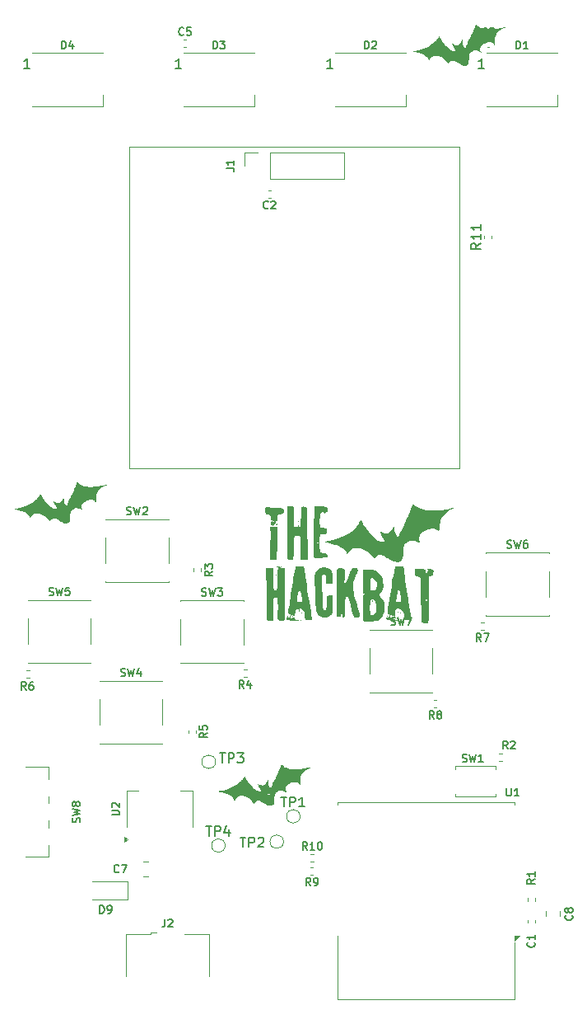
<source format=gbr>
%TF.GenerationSoftware,KiCad,Pcbnew,8.0.4-8.0.4-0~ubuntu22.04.1*%
%TF.CreationDate,2024-08-28T20:52:20+02:00*%
%TF.ProjectId,defcon32_badge,64656663-6f6e-4333-925f-62616467652e,rev?*%
%TF.SameCoordinates,Original*%
%TF.FileFunction,Legend,Top*%
%TF.FilePolarity,Positive*%
%FSLAX46Y46*%
G04 Gerber Fmt 4.6, Leading zero omitted, Abs format (unit mm)*
G04 Created by KiCad (PCBNEW 8.0.4-8.0.4-0~ubuntu22.04.1) date 2024-08-28 20:52:20*
%MOMM*%
%LPD*%
G01*
G04 APERTURE LIST*
%ADD10C,0.100000*%
%ADD11C,0.150000*%
%ADD12C,0.120000*%
%ADD13C,0.000000*%
G04 APERTURE END LIST*
D10*
X112900000Y-74575000D02*
X112900000Y-107575000D01*
X112900000Y-74575000D02*
X146900000Y-74575000D01*
X146900000Y-74575000D02*
X146900000Y-107575000D01*
X112900000Y-107575000D02*
X146900000Y-107575000D01*
D11*
X131566667Y-150412295D02*
X131300000Y-150031342D01*
X131109524Y-150412295D02*
X131109524Y-149612295D01*
X131109524Y-149612295D02*
X131414286Y-149612295D01*
X131414286Y-149612295D02*
X131490476Y-149650390D01*
X131490476Y-149650390D02*
X131528571Y-149688485D01*
X131528571Y-149688485D02*
X131566667Y-149764676D01*
X131566667Y-149764676D02*
X131566667Y-149878961D01*
X131566667Y-149878961D02*
X131528571Y-149955152D01*
X131528571Y-149955152D02*
X131490476Y-149993247D01*
X131490476Y-149993247D02*
X131414286Y-150031342D01*
X131414286Y-150031342D02*
X131109524Y-150031342D01*
X131947619Y-150412295D02*
X132100000Y-150412295D01*
X132100000Y-150412295D02*
X132176190Y-150374200D01*
X132176190Y-150374200D02*
X132214286Y-150336104D01*
X132214286Y-150336104D02*
X132290476Y-150221819D01*
X132290476Y-150221819D02*
X132328571Y-150069438D01*
X132328571Y-150069438D02*
X132328571Y-149764676D01*
X132328571Y-149764676D02*
X132290476Y-149688485D01*
X132290476Y-149688485D02*
X132252381Y-149650390D01*
X132252381Y-149650390D02*
X132176190Y-149612295D01*
X132176190Y-149612295D02*
X132023809Y-149612295D01*
X132023809Y-149612295D02*
X131947619Y-149650390D01*
X131947619Y-149650390D02*
X131909524Y-149688485D01*
X131909524Y-149688485D02*
X131871428Y-149764676D01*
X131871428Y-149764676D02*
X131871428Y-149955152D01*
X131871428Y-149955152D02*
X131909524Y-150031342D01*
X131909524Y-150031342D02*
X131947619Y-150069438D01*
X131947619Y-150069438D02*
X132023809Y-150107533D01*
X132023809Y-150107533D02*
X132176190Y-150107533D01*
X132176190Y-150107533D02*
X132252381Y-150069438D01*
X132252381Y-150069438D02*
X132290476Y-150031342D01*
X132290476Y-150031342D02*
X132328571Y-149955152D01*
X122238095Y-136804819D02*
X122809523Y-136804819D01*
X122523809Y-137804819D02*
X122523809Y-136804819D01*
X123142857Y-137804819D02*
X123142857Y-136804819D01*
X123142857Y-136804819D02*
X123523809Y-136804819D01*
X123523809Y-136804819D02*
X123619047Y-136852438D01*
X123619047Y-136852438D02*
X123666666Y-136900057D01*
X123666666Y-136900057D02*
X123714285Y-136995295D01*
X123714285Y-136995295D02*
X123714285Y-137138152D01*
X123714285Y-137138152D02*
X123666666Y-137233390D01*
X123666666Y-137233390D02*
X123619047Y-137281009D01*
X123619047Y-137281009D02*
X123523809Y-137328628D01*
X123523809Y-137328628D02*
X123142857Y-137328628D01*
X124047619Y-136804819D02*
X124666666Y-136804819D01*
X124666666Y-136804819D02*
X124333333Y-137185771D01*
X124333333Y-137185771D02*
X124476190Y-137185771D01*
X124476190Y-137185771D02*
X124571428Y-137233390D01*
X124571428Y-137233390D02*
X124619047Y-137281009D01*
X124619047Y-137281009D02*
X124666666Y-137376247D01*
X124666666Y-137376247D02*
X124666666Y-137614342D01*
X124666666Y-137614342D02*
X124619047Y-137709580D01*
X124619047Y-137709580D02*
X124571428Y-137757200D01*
X124571428Y-137757200D02*
X124476190Y-137804819D01*
X124476190Y-137804819D02*
X124190476Y-137804819D01*
X124190476Y-137804819D02*
X124095238Y-137757200D01*
X124095238Y-137757200D02*
X124047619Y-137709580D01*
X124338095Y-145454819D02*
X124909523Y-145454819D01*
X124623809Y-146454819D02*
X124623809Y-145454819D01*
X125242857Y-146454819D02*
X125242857Y-145454819D01*
X125242857Y-145454819D02*
X125623809Y-145454819D01*
X125623809Y-145454819D02*
X125719047Y-145502438D01*
X125719047Y-145502438D02*
X125766666Y-145550057D01*
X125766666Y-145550057D02*
X125814285Y-145645295D01*
X125814285Y-145645295D02*
X125814285Y-145788152D01*
X125814285Y-145788152D02*
X125766666Y-145883390D01*
X125766666Y-145883390D02*
X125719047Y-145931009D01*
X125719047Y-145931009D02*
X125623809Y-145978628D01*
X125623809Y-145978628D02*
X125242857Y-145978628D01*
X126195238Y-145550057D02*
X126242857Y-145502438D01*
X126242857Y-145502438D02*
X126338095Y-145454819D01*
X126338095Y-145454819D02*
X126576190Y-145454819D01*
X126576190Y-145454819D02*
X126671428Y-145502438D01*
X126671428Y-145502438D02*
X126719047Y-145550057D01*
X126719047Y-145550057D02*
X126766666Y-145645295D01*
X126766666Y-145645295D02*
X126766666Y-145740533D01*
X126766666Y-145740533D02*
X126719047Y-145883390D01*
X126719047Y-145883390D02*
X126147619Y-146454819D01*
X126147619Y-146454819D02*
X126766666Y-146454819D01*
X149084819Y-84442857D02*
X148608628Y-84776190D01*
X149084819Y-85014285D02*
X148084819Y-85014285D01*
X148084819Y-85014285D02*
X148084819Y-84633333D01*
X148084819Y-84633333D02*
X148132438Y-84538095D01*
X148132438Y-84538095D02*
X148180057Y-84490476D01*
X148180057Y-84490476D02*
X148275295Y-84442857D01*
X148275295Y-84442857D02*
X148418152Y-84442857D01*
X148418152Y-84442857D02*
X148513390Y-84490476D01*
X148513390Y-84490476D02*
X148561009Y-84538095D01*
X148561009Y-84538095D02*
X148608628Y-84633333D01*
X148608628Y-84633333D02*
X148608628Y-85014285D01*
X149084819Y-83490476D02*
X149084819Y-84061904D01*
X149084819Y-83776190D02*
X148084819Y-83776190D01*
X148084819Y-83776190D02*
X148227676Y-83871428D01*
X148227676Y-83871428D02*
X148322914Y-83966666D01*
X148322914Y-83966666D02*
X148370533Y-84061904D01*
X149084819Y-82538095D02*
X149084819Y-83109523D01*
X149084819Y-82823809D02*
X148084819Y-82823809D01*
X148084819Y-82823809D02*
X148227676Y-82919047D01*
X148227676Y-82919047D02*
X148322914Y-83014285D01*
X148322914Y-83014285D02*
X148370533Y-83109523D01*
X149116667Y-125332295D02*
X148850000Y-124951342D01*
X148659524Y-125332295D02*
X148659524Y-124532295D01*
X148659524Y-124532295D02*
X148964286Y-124532295D01*
X148964286Y-124532295D02*
X149040476Y-124570390D01*
X149040476Y-124570390D02*
X149078571Y-124608485D01*
X149078571Y-124608485D02*
X149116667Y-124684676D01*
X149116667Y-124684676D02*
X149116667Y-124798961D01*
X149116667Y-124798961D02*
X149078571Y-124875152D01*
X149078571Y-124875152D02*
X149040476Y-124913247D01*
X149040476Y-124913247D02*
X148964286Y-124951342D01*
X148964286Y-124951342D02*
X148659524Y-124951342D01*
X149383333Y-124532295D02*
X149916667Y-124532295D01*
X149916667Y-124532295D02*
X149573809Y-125332295D01*
X121542857Y-64487295D02*
X121542857Y-63687295D01*
X121542857Y-63687295D02*
X121733333Y-63687295D01*
X121733333Y-63687295D02*
X121847619Y-63725390D01*
X121847619Y-63725390D02*
X121923809Y-63801580D01*
X121923809Y-63801580D02*
X121961904Y-63877771D01*
X121961904Y-63877771D02*
X122000000Y-64030152D01*
X122000000Y-64030152D02*
X122000000Y-64144438D01*
X122000000Y-64144438D02*
X121961904Y-64296819D01*
X121961904Y-64296819D02*
X121923809Y-64373009D01*
X121923809Y-64373009D02*
X121847619Y-64449200D01*
X121847619Y-64449200D02*
X121733333Y-64487295D01*
X121733333Y-64487295D02*
X121542857Y-64487295D01*
X122266666Y-63687295D02*
X122761904Y-63687295D01*
X122761904Y-63687295D02*
X122495238Y-63992057D01*
X122495238Y-63992057D02*
X122609523Y-63992057D01*
X122609523Y-63992057D02*
X122685714Y-64030152D01*
X122685714Y-64030152D02*
X122723809Y-64068247D01*
X122723809Y-64068247D02*
X122761904Y-64144438D01*
X122761904Y-64144438D02*
X122761904Y-64334914D01*
X122761904Y-64334914D02*
X122723809Y-64411104D01*
X122723809Y-64411104D02*
X122685714Y-64449200D01*
X122685714Y-64449200D02*
X122609523Y-64487295D01*
X122609523Y-64487295D02*
X122380952Y-64487295D01*
X122380952Y-64487295D02*
X122304761Y-64449200D01*
X122304761Y-64449200D02*
X122266666Y-64411104D01*
X118269047Y-66479819D02*
X117697619Y-66479819D01*
X117983333Y-66479819D02*
X117983333Y-65479819D01*
X117983333Y-65479819D02*
X117888095Y-65622676D01*
X117888095Y-65622676D02*
X117792857Y-65717914D01*
X117792857Y-65717914D02*
X117697619Y-65765533D01*
X147183332Y-137674200D02*
X147297618Y-137712295D01*
X147297618Y-137712295D02*
X147488094Y-137712295D01*
X147488094Y-137712295D02*
X147564285Y-137674200D01*
X147564285Y-137674200D02*
X147602380Y-137636104D01*
X147602380Y-137636104D02*
X147640475Y-137559914D01*
X147640475Y-137559914D02*
X147640475Y-137483723D01*
X147640475Y-137483723D02*
X147602380Y-137407533D01*
X147602380Y-137407533D02*
X147564285Y-137369438D01*
X147564285Y-137369438D02*
X147488094Y-137331342D01*
X147488094Y-137331342D02*
X147335713Y-137293247D01*
X147335713Y-137293247D02*
X147259523Y-137255152D01*
X147259523Y-137255152D02*
X147221428Y-137217057D01*
X147221428Y-137217057D02*
X147183332Y-137140866D01*
X147183332Y-137140866D02*
X147183332Y-137064676D01*
X147183332Y-137064676D02*
X147221428Y-136988485D01*
X147221428Y-136988485D02*
X147259523Y-136950390D01*
X147259523Y-136950390D02*
X147335713Y-136912295D01*
X147335713Y-136912295D02*
X147526190Y-136912295D01*
X147526190Y-136912295D02*
X147640475Y-136950390D01*
X147907142Y-136912295D02*
X148097618Y-137712295D01*
X148097618Y-137712295D02*
X148249999Y-137140866D01*
X148249999Y-137140866D02*
X148402380Y-137712295D01*
X148402380Y-137712295D02*
X148592857Y-136912295D01*
X149316666Y-137712295D02*
X148859523Y-137712295D01*
X149088095Y-137712295D02*
X149088095Y-136912295D01*
X149088095Y-136912295D02*
X149011904Y-137026580D01*
X149011904Y-137026580D02*
X148935714Y-137102771D01*
X148935714Y-137102771D02*
X148859523Y-137140866D01*
X127216667Y-80846104D02*
X127178571Y-80884200D01*
X127178571Y-80884200D02*
X127064286Y-80922295D01*
X127064286Y-80922295D02*
X126988095Y-80922295D01*
X126988095Y-80922295D02*
X126873809Y-80884200D01*
X126873809Y-80884200D02*
X126797619Y-80808009D01*
X126797619Y-80808009D02*
X126759524Y-80731819D01*
X126759524Y-80731819D02*
X126721428Y-80579438D01*
X126721428Y-80579438D02*
X126721428Y-80465152D01*
X126721428Y-80465152D02*
X126759524Y-80312771D01*
X126759524Y-80312771D02*
X126797619Y-80236580D01*
X126797619Y-80236580D02*
X126873809Y-80160390D01*
X126873809Y-80160390D02*
X126988095Y-80122295D01*
X126988095Y-80122295D02*
X127064286Y-80122295D01*
X127064286Y-80122295D02*
X127178571Y-80160390D01*
X127178571Y-80160390D02*
X127216667Y-80198485D01*
X127521428Y-80198485D02*
X127559524Y-80160390D01*
X127559524Y-80160390D02*
X127635714Y-80122295D01*
X127635714Y-80122295D02*
X127826190Y-80122295D01*
X127826190Y-80122295D02*
X127902381Y-80160390D01*
X127902381Y-80160390D02*
X127940476Y-80198485D01*
X127940476Y-80198485D02*
X127978571Y-80274676D01*
X127978571Y-80274676D02*
X127978571Y-80350866D01*
X127978571Y-80350866D02*
X127940476Y-80465152D01*
X127940476Y-80465152D02*
X127483333Y-80922295D01*
X127483333Y-80922295D02*
X127978571Y-80922295D01*
X154662295Y-149733332D02*
X154281342Y-149999999D01*
X154662295Y-150190475D02*
X153862295Y-150190475D01*
X153862295Y-150190475D02*
X153862295Y-149885713D01*
X153862295Y-149885713D02*
X153900390Y-149809523D01*
X153900390Y-149809523D02*
X153938485Y-149771428D01*
X153938485Y-149771428D02*
X154014676Y-149733332D01*
X154014676Y-149733332D02*
X154128961Y-149733332D01*
X154128961Y-149733332D02*
X154205152Y-149771428D01*
X154205152Y-149771428D02*
X154243247Y-149809523D01*
X154243247Y-149809523D02*
X154281342Y-149885713D01*
X154281342Y-149885713D02*
X154281342Y-150190475D01*
X154662295Y-148971428D02*
X154662295Y-149428571D01*
X154662295Y-149199999D02*
X153862295Y-149199999D01*
X153862295Y-149199999D02*
X153976580Y-149276190D01*
X153976580Y-149276190D02*
X154052771Y-149352380D01*
X154052771Y-149352380D02*
X154090866Y-149428571D01*
X124716667Y-130132295D02*
X124450000Y-129751342D01*
X124259524Y-130132295D02*
X124259524Y-129332295D01*
X124259524Y-129332295D02*
X124564286Y-129332295D01*
X124564286Y-129332295D02*
X124640476Y-129370390D01*
X124640476Y-129370390D02*
X124678571Y-129408485D01*
X124678571Y-129408485D02*
X124716667Y-129484676D01*
X124716667Y-129484676D02*
X124716667Y-129598961D01*
X124716667Y-129598961D02*
X124678571Y-129675152D01*
X124678571Y-129675152D02*
X124640476Y-129713247D01*
X124640476Y-129713247D02*
X124564286Y-129751342D01*
X124564286Y-129751342D02*
X124259524Y-129751342D01*
X125402381Y-129598961D02*
X125402381Y-130132295D01*
X125211905Y-129294200D02*
X125021428Y-129865628D01*
X125021428Y-129865628D02*
X125516667Y-129865628D01*
X105959524Y-64487295D02*
X105959524Y-63687295D01*
X105959524Y-63687295D02*
X106150000Y-63687295D01*
X106150000Y-63687295D02*
X106264286Y-63725390D01*
X106264286Y-63725390D02*
X106340476Y-63801580D01*
X106340476Y-63801580D02*
X106378571Y-63877771D01*
X106378571Y-63877771D02*
X106416667Y-64030152D01*
X106416667Y-64030152D02*
X106416667Y-64144438D01*
X106416667Y-64144438D02*
X106378571Y-64296819D01*
X106378571Y-64296819D02*
X106340476Y-64373009D01*
X106340476Y-64373009D02*
X106264286Y-64449200D01*
X106264286Y-64449200D02*
X106150000Y-64487295D01*
X106150000Y-64487295D02*
X105959524Y-64487295D01*
X107102381Y-63953961D02*
X107102381Y-64487295D01*
X106911905Y-63649200D02*
X106721428Y-64220628D01*
X106721428Y-64220628D02*
X107216667Y-64220628D01*
X102685714Y-66479819D02*
X102114286Y-66479819D01*
X102400000Y-66479819D02*
X102400000Y-65479819D01*
X102400000Y-65479819D02*
X102304762Y-65622676D01*
X102304762Y-65622676D02*
X102209524Y-65717914D01*
X102209524Y-65717914D02*
X102114286Y-65765533D01*
X149716667Y-63076104D02*
X149678571Y-63114200D01*
X149678571Y-63114200D02*
X149564286Y-63152295D01*
X149564286Y-63152295D02*
X149488095Y-63152295D01*
X149488095Y-63152295D02*
X149373809Y-63114200D01*
X149373809Y-63114200D02*
X149297619Y-63038009D01*
X149297619Y-63038009D02*
X149259524Y-62961819D01*
X149259524Y-62961819D02*
X149221428Y-62809438D01*
X149221428Y-62809438D02*
X149221428Y-62695152D01*
X149221428Y-62695152D02*
X149259524Y-62542771D01*
X149259524Y-62542771D02*
X149297619Y-62466580D01*
X149297619Y-62466580D02*
X149373809Y-62390390D01*
X149373809Y-62390390D02*
X149488095Y-62352295D01*
X149488095Y-62352295D02*
X149564286Y-62352295D01*
X149564286Y-62352295D02*
X149678571Y-62390390D01*
X149678571Y-62390390D02*
X149716667Y-62428485D01*
X149983333Y-62352295D02*
X150478571Y-62352295D01*
X150478571Y-62352295D02*
X150211905Y-62657057D01*
X150211905Y-62657057D02*
X150326190Y-62657057D01*
X150326190Y-62657057D02*
X150402381Y-62695152D01*
X150402381Y-62695152D02*
X150440476Y-62733247D01*
X150440476Y-62733247D02*
X150478571Y-62809438D01*
X150478571Y-62809438D02*
X150478571Y-62999914D01*
X150478571Y-62999914D02*
X150440476Y-63076104D01*
X150440476Y-63076104D02*
X150402381Y-63114200D01*
X150402381Y-63114200D02*
X150326190Y-63152295D01*
X150326190Y-63152295D02*
X150097619Y-63152295D01*
X150097619Y-63152295D02*
X150021428Y-63114200D01*
X150021428Y-63114200D02*
X149983333Y-63076104D01*
X152709524Y-64487295D02*
X152709524Y-63687295D01*
X152709524Y-63687295D02*
X152900000Y-63687295D01*
X152900000Y-63687295D02*
X153014286Y-63725390D01*
X153014286Y-63725390D02*
X153090476Y-63801580D01*
X153090476Y-63801580D02*
X153128571Y-63877771D01*
X153128571Y-63877771D02*
X153166667Y-64030152D01*
X153166667Y-64030152D02*
X153166667Y-64144438D01*
X153166667Y-64144438D02*
X153128571Y-64296819D01*
X153128571Y-64296819D02*
X153090476Y-64373009D01*
X153090476Y-64373009D02*
X153014286Y-64449200D01*
X153014286Y-64449200D02*
X152900000Y-64487295D01*
X152900000Y-64487295D02*
X152709524Y-64487295D01*
X153928571Y-64487295D02*
X153471428Y-64487295D01*
X153700000Y-64487295D02*
X153700000Y-63687295D01*
X153700000Y-63687295D02*
X153623809Y-63801580D01*
X153623809Y-63801580D02*
X153547619Y-63877771D01*
X153547619Y-63877771D02*
X153471428Y-63915866D01*
X149435714Y-66479819D02*
X148864286Y-66479819D01*
X149150000Y-66479819D02*
X149150000Y-65479819D01*
X149150000Y-65479819D02*
X149054762Y-65622676D01*
X149054762Y-65622676D02*
X148959524Y-65717914D01*
X148959524Y-65717914D02*
X148864286Y-65765533D01*
X116583333Y-153862295D02*
X116583333Y-154433723D01*
X116583333Y-154433723D02*
X116545238Y-154548009D01*
X116545238Y-154548009D02*
X116469047Y-154624200D01*
X116469047Y-154624200D02*
X116354762Y-154662295D01*
X116354762Y-154662295D02*
X116278571Y-154662295D01*
X116926190Y-153938485D02*
X116964286Y-153900390D01*
X116964286Y-153900390D02*
X117040476Y-153862295D01*
X117040476Y-153862295D02*
X117230952Y-153862295D01*
X117230952Y-153862295D02*
X117307143Y-153900390D01*
X117307143Y-153900390D02*
X117345238Y-153938485D01*
X117345238Y-153938485D02*
X117383333Y-154014676D01*
X117383333Y-154014676D02*
X117383333Y-154090866D01*
X117383333Y-154090866D02*
X117345238Y-154205152D01*
X117345238Y-154205152D02*
X116888095Y-154662295D01*
X116888095Y-154662295D02*
X117383333Y-154662295D01*
X120932295Y-134733332D02*
X120551342Y-134999999D01*
X120932295Y-135190475D02*
X120132295Y-135190475D01*
X120132295Y-135190475D02*
X120132295Y-134885713D01*
X120132295Y-134885713D02*
X120170390Y-134809523D01*
X120170390Y-134809523D02*
X120208485Y-134771428D01*
X120208485Y-134771428D02*
X120284676Y-134733332D01*
X120284676Y-134733332D02*
X120398961Y-134733332D01*
X120398961Y-134733332D02*
X120475152Y-134771428D01*
X120475152Y-134771428D02*
X120513247Y-134809523D01*
X120513247Y-134809523D02*
X120551342Y-134885713D01*
X120551342Y-134885713D02*
X120551342Y-135190475D01*
X120132295Y-134009523D02*
X120132295Y-134390475D01*
X120132295Y-134390475D02*
X120513247Y-134428571D01*
X120513247Y-134428571D02*
X120475152Y-134390475D01*
X120475152Y-134390475D02*
X120437057Y-134314285D01*
X120437057Y-134314285D02*
X120437057Y-134123809D01*
X120437057Y-134123809D02*
X120475152Y-134047618D01*
X120475152Y-134047618D02*
X120513247Y-134009523D01*
X120513247Y-134009523D02*
X120589438Y-133971428D01*
X120589438Y-133971428D02*
X120779914Y-133971428D01*
X120779914Y-133971428D02*
X120856104Y-134009523D01*
X120856104Y-134009523D02*
X120894200Y-134047618D01*
X120894200Y-134047618D02*
X120932295Y-134123809D01*
X120932295Y-134123809D02*
X120932295Y-134314285D01*
X120932295Y-134314285D02*
X120894200Y-134390475D01*
X120894200Y-134390475D02*
X120856104Y-134428571D01*
X151866667Y-136362295D02*
X151600000Y-135981342D01*
X151409524Y-136362295D02*
X151409524Y-135562295D01*
X151409524Y-135562295D02*
X151714286Y-135562295D01*
X151714286Y-135562295D02*
X151790476Y-135600390D01*
X151790476Y-135600390D02*
X151828571Y-135638485D01*
X151828571Y-135638485D02*
X151866667Y-135714676D01*
X151866667Y-135714676D02*
X151866667Y-135828961D01*
X151866667Y-135828961D02*
X151828571Y-135905152D01*
X151828571Y-135905152D02*
X151790476Y-135943247D01*
X151790476Y-135943247D02*
X151714286Y-135981342D01*
X151714286Y-135981342D02*
X151409524Y-135981342D01*
X152171428Y-135638485D02*
X152209524Y-135600390D01*
X152209524Y-135600390D02*
X152285714Y-135562295D01*
X152285714Y-135562295D02*
X152476190Y-135562295D01*
X152476190Y-135562295D02*
X152552381Y-135600390D01*
X152552381Y-135600390D02*
X152590476Y-135638485D01*
X152590476Y-135638485D02*
X152628571Y-135714676D01*
X152628571Y-135714676D02*
X152628571Y-135790866D01*
X152628571Y-135790866D02*
X152590476Y-135905152D01*
X152590476Y-135905152D02*
X152133333Y-136362295D01*
X152133333Y-136362295D02*
X152628571Y-136362295D01*
X139833332Y-123624200D02*
X139947618Y-123662295D01*
X139947618Y-123662295D02*
X140138094Y-123662295D01*
X140138094Y-123662295D02*
X140214285Y-123624200D01*
X140214285Y-123624200D02*
X140252380Y-123586104D01*
X140252380Y-123586104D02*
X140290475Y-123509914D01*
X140290475Y-123509914D02*
X140290475Y-123433723D01*
X140290475Y-123433723D02*
X140252380Y-123357533D01*
X140252380Y-123357533D02*
X140214285Y-123319438D01*
X140214285Y-123319438D02*
X140138094Y-123281342D01*
X140138094Y-123281342D02*
X139985713Y-123243247D01*
X139985713Y-123243247D02*
X139909523Y-123205152D01*
X139909523Y-123205152D02*
X139871428Y-123167057D01*
X139871428Y-123167057D02*
X139833332Y-123090866D01*
X139833332Y-123090866D02*
X139833332Y-123014676D01*
X139833332Y-123014676D02*
X139871428Y-122938485D01*
X139871428Y-122938485D02*
X139909523Y-122900390D01*
X139909523Y-122900390D02*
X139985713Y-122862295D01*
X139985713Y-122862295D02*
X140176190Y-122862295D01*
X140176190Y-122862295D02*
X140290475Y-122900390D01*
X140557142Y-122862295D02*
X140747618Y-123662295D01*
X140747618Y-123662295D02*
X140899999Y-123090866D01*
X140899999Y-123090866D02*
X141052380Y-123662295D01*
X141052380Y-123662295D02*
X141242857Y-122862295D01*
X141471428Y-122862295D02*
X142004762Y-122862295D01*
X142004762Y-122862295D02*
X141661904Y-123662295D01*
X121482295Y-118133332D02*
X121101342Y-118399999D01*
X121482295Y-118590475D02*
X120682295Y-118590475D01*
X120682295Y-118590475D02*
X120682295Y-118285713D01*
X120682295Y-118285713D02*
X120720390Y-118209523D01*
X120720390Y-118209523D02*
X120758485Y-118171428D01*
X120758485Y-118171428D02*
X120834676Y-118133332D01*
X120834676Y-118133332D02*
X120948961Y-118133332D01*
X120948961Y-118133332D02*
X121025152Y-118171428D01*
X121025152Y-118171428D02*
X121063247Y-118209523D01*
X121063247Y-118209523D02*
X121101342Y-118285713D01*
X121101342Y-118285713D02*
X121101342Y-118590475D01*
X120682295Y-117866666D02*
X120682295Y-117371428D01*
X120682295Y-117371428D02*
X120987057Y-117638094D01*
X120987057Y-117638094D02*
X120987057Y-117523809D01*
X120987057Y-117523809D02*
X121025152Y-117447618D01*
X121025152Y-117447618D02*
X121063247Y-117409523D01*
X121063247Y-117409523D02*
X121139438Y-117371428D01*
X121139438Y-117371428D02*
X121329914Y-117371428D01*
X121329914Y-117371428D02*
X121406104Y-117409523D01*
X121406104Y-117409523D02*
X121444200Y-117447618D01*
X121444200Y-117447618D02*
X121482295Y-117523809D01*
X121482295Y-117523809D02*
X121482295Y-117752380D01*
X121482295Y-117752380D02*
X121444200Y-117828571D01*
X121444200Y-117828571D02*
X121406104Y-117866666D01*
X151783332Y-115724200D02*
X151897618Y-115762295D01*
X151897618Y-115762295D02*
X152088094Y-115762295D01*
X152088094Y-115762295D02*
X152164285Y-115724200D01*
X152164285Y-115724200D02*
X152202380Y-115686104D01*
X152202380Y-115686104D02*
X152240475Y-115609914D01*
X152240475Y-115609914D02*
X152240475Y-115533723D01*
X152240475Y-115533723D02*
X152202380Y-115457533D01*
X152202380Y-115457533D02*
X152164285Y-115419438D01*
X152164285Y-115419438D02*
X152088094Y-115381342D01*
X152088094Y-115381342D02*
X151935713Y-115343247D01*
X151935713Y-115343247D02*
X151859523Y-115305152D01*
X151859523Y-115305152D02*
X151821428Y-115267057D01*
X151821428Y-115267057D02*
X151783332Y-115190866D01*
X151783332Y-115190866D02*
X151783332Y-115114676D01*
X151783332Y-115114676D02*
X151821428Y-115038485D01*
X151821428Y-115038485D02*
X151859523Y-115000390D01*
X151859523Y-115000390D02*
X151935713Y-114962295D01*
X151935713Y-114962295D02*
X152126190Y-114962295D01*
X152126190Y-114962295D02*
X152240475Y-115000390D01*
X152507142Y-114962295D02*
X152697618Y-115762295D01*
X152697618Y-115762295D02*
X152849999Y-115190866D01*
X152849999Y-115190866D02*
X153002380Y-115762295D01*
X153002380Y-115762295D02*
X153192857Y-114962295D01*
X153840476Y-114962295D02*
X153688095Y-114962295D01*
X153688095Y-114962295D02*
X153611904Y-115000390D01*
X153611904Y-115000390D02*
X153573809Y-115038485D01*
X153573809Y-115038485D02*
X153497619Y-115152771D01*
X153497619Y-115152771D02*
X153459523Y-115305152D01*
X153459523Y-115305152D02*
X153459523Y-115609914D01*
X153459523Y-115609914D02*
X153497619Y-115686104D01*
X153497619Y-115686104D02*
X153535714Y-115724200D01*
X153535714Y-115724200D02*
X153611904Y-115762295D01*
X153611904Y-115762295D02*
X153764285Y-115762295D01*
X153764285Y-115762295D02*
X153840476Y-115724200D01*
X153840476Y-115724200D02*
X153878571Y-115686104D01*
X153878571Y-115686104D02*
X153916666Y-115609914D01*
X153916666Y-115609914D02*
X153916666Y-115419438D01*
X153916666Y-115419438D02*
X153878571Y-115343247D01*
X153878571Y-115343247D02*
X153840476Y-115305152D01*
X153840476Y-115305152D02*
X153764285Y-115267057D01*
X153764285Y-115267057D02*
X153611904Y-115267057D01*
X153611904Y-115267057D02*
X153535714Y-115305152D01*
X153535714Y-115305152D02*
X153497619Y-115343247D01*
X153497619Y-115343247D02*
X153459523Y-115419438D01*
X111112295Y-143159523D02*
X111759914Y-143159523D01*
X111759914Y-143159523D02*
X111836104Y-143121428D01*
X111836104Y-143121428D02*
X111874200Y-143083333D01*
X111874200Y-143083333D02*
X111912295Y-143007142D01*
X111912295Y-143007142D02*
X111912295Y-142854761D01*
X111912295Y-142854761D02*
X111874200Y-142778571D01*
X111874200Y-142778571D02*
X111836104Y-142740476D01*
X111836104Y-142740476D02*
X111759914Y-142702380D01*
X111759914Y-142702380D02*
X111112295Y-142702380D01*
X111188485Y-142359524D02*
X111150390Y-142321428D01*
X111150390Y-142321428D02*
X111112295Y-142245238D01*
X111112295Y-142245238D02*
X111112295Y-142054762D01*
X111112295Y-142054762D02*
X111150390Y-141978571D01*
X111150390Y-141978571D02*
X111188485Y-141940476D01*
X111188485Y-141940476D02*
X111264676Y-141902381D01*
X111264676Y-141902381D02*
X111340866Y-141902381D01*
X111340866Y-141902381D02*
X111455152Y-141940476D01*
X111455152Y-141940476D02*
X111912295Y-142397619D01*
X111912295Y-142397619D02*
X111912295Y-141902381D01*
X120838095Y-144306819D02*
X121409523Y-144306819D01*
X121123809Y-145306819D02*
X121123809Y-144306819D01*
X121742857Y-145306819D02*
X121742857Y-144306819D01*
X121742857Y-144306819D02*
X122123809Y-144306819D01*
X122123809Y-144306819D02*
X122219047Y-144354438D01*
X122219047Y-144354438D02*
X122266666Y-144402057D01*
X122266666Y-144402057D02*
X122314285Y-144497295D01*
X122314285Y-144497295D02*
X122314285Y-144640152D01*
X122314285Y-144640152D02*
X122266666Y-144735390D01*
X122266666Y-144735390D02*
X122219047Y-144783009D01*
X122219047Y-144783009D02*
X122123809Y-144830628D01*
X122123809Y-144830628D02*
X121742857Y-144830628D01*
X123171428Y-144640152D02*
X123171428Y-145306819D01*
X122933333Y-144259200D02*
X122695238Y-144973485D01*
X122695238Y-144973485D02*
X123314285Y-144973485D01*
X137126190Y-64487295D02*
X137126190Y-63687295D01*
X137126190Y-63687295D02*
X137316666Y-63687295D01*
X137316666Y-63687295D02*
X137430952Y-63725390D01*
X137430952Y-63725390D02*
X137507142Y-63801580D01*
X137507142Y-63801580D02*
X137545237Y-63877771D01*
X137545237Y-63877771D02*
X137583333Y-64030152D01*
X137583333Y-64030152D02*
X137583333Y-64144438D01*
X137583333Y-64144438D02*
X137545237Y-64296819D01*
X137545237Y-64296819D02*
X137507142Y-64373009D01*
X137507142Y-64373009D02*
X137430952Y-64449200D01*
X137430952Y-64449200D02*
X137316666Y-64487295D01*
X137316666Y-64487295D02*
X137126190Y-64487295D01*
X137888094Y-63763485D02*
X137926190Y-63725390D01*
X137926190Y-63725390D02*
X138002380Y-63687295D01*
X138002380Y-63687295D02*
X138192856Y-63687295D01*
X138192856Y-63687295D02*
X138269047Y-63725390D01*
X138269047Y-63725390D02*
X138307142Y-63763485D01*
X138307142Y-63763485D02*
X138345237Y-63839676D01*
X138345237Y-63839676D02*
X138345237Y-63915866D01*
X138345237Y-63915866D02*
X138307142Y-64030152D01*
X138307142Y-64030152D02*
X137849999Y-64487295D01*
X137849999Y-64487295D02*
X138345237Y-64487295D01*
X133852380Y-66479819D02*
X133280952Y-66479819D01*
X133566666Y-66479819D02*
X133566666Y-65479819D01*
X133566666Y-65479819D02*
X133471428Y-65622676D01*
X133471428Y-65622676D02*
X133376190Y-65717914D01*
X133376190Y-65717914D02*
X133280952Y-65765533D01*
X109909524Y-153262295D02*
X109909524Y-152462295D01*
X109909524Y-152462295D02*
X110100000Y-152462295D01*
X110100000Y-152462295D02*
X110214286Y-152500390D01*
X110214286Y-152500390D02*
X110290476Y-152576580D01*
X110290476Y-152576580D02*
X110328571Y-152652771D01*
X110328571Y-152652771D02*
X110366667Y-152805152D01*
X110366667Y-152805152D02*
X110366667Y-152919438D01*
X110366667Y-152919438D02*
X110328571Y-153071819D01*
X110328571Y-153071819D02*
X110290476Y-153148009D01*
X110290476Y-153148009D02*
X110214286Y-153224200D01*
X110214286Y-153224200D02*
X110100000Y-153262295D01*
X110100000Y-153262295D02*
X109909524Y-153262295D01*
X110747619Y-153262295D02*
X110900000Y-153262295D01*
X110900000Y-153262295D02*
X110976190Y-153224200D01*
X110976190Y-153224200D02*
X111014286Y-153186104D01*
X111014286Y-153186104D02*
X111090476Y-153071819D01*
X111090476Y-153071819D02*
X111128571Y-152919438D01*
X111128571Y-152919438D02*
X111128571Y-152614676D01*
X111128571Y-152614676D02*
X111090476Y-152538485D01*
X111090476Y-152538485D02*
X111052381Y-152500390D01*
X111052381Y-152500390D02*
X110976190Y-152462295D01*
X110976190Y-152462295D02*
X110823809Y-152462295D01*
X110823809Y-152462295D02*
X110747619Y-152500390D01*
X110747619Y-152500390D02*
X110709524Y-152538485D01*
X110709524Y-152538485D02*
X110671428Y-152614676D01*
X110671428Y-152614676D02*
X110671428Y-152805152D01*
X110671428Y-152805152D02*
X110709524Y-152881342D01*
X110709524Y-152881342D02*
X110747619Y-152919438D01*
X110747619Y-152919438D02*
X110823809Y-152957533D01*
X110823809Y-152957533D02*
X110976190Y-152957533D01*
X110976190Y-152957533D02*
X111052381Y-152919438D01*
X111052381Y-152919438D02*
X111090476Y-152881342D01*
X111090476Y-152881342D02*
X111128571Y-152805152D01*
X107824200Y-143916667D02*
X107862295Y-143802381D01*
X107862295Y-143802381D02*
X107862295Y-143611905D01*
X107862295Y-143611905D02*
X107824200Y-143535714D01*
X107824200Y-143535714D02*
X107786104Y-143497619D01*
X107786104Y-143497619D02*
X107709914Y-143459524D01*
X107709914Y-143459524D02*
X107633723Y-143459524D01*
X107633723Y-143459524D02*
X107557533Y-143497619D01*
X107557533Y-143497619D02*
X107519438Y-143535714D01*
X107519438Y-143535714D02*
X107481342Y-143611905D01*
X107481342Y-143611905D02*
X107443247Y-143764286D01*
X107443247Y-143764286D02*
X107405152Y-143840476D01*
X107405152Y-143840476D02*
X107367057Y-143878571D01*
X107367057Y-143878571D02*
X107290866Y-143916667D01*
X107290866Y-143916667D02*
X107214676Y-143916667D01*
X107214676Y-143916667D02*
X107138485Y-143878571D01*
X107138485Y-143878571D02*
X107100390Y-143840476D01*
X107100390Y-143840476D02*
X107062295Y-143764286D01*
X107062295Y-143764286D02*
X107062295Y-143573809D01*
X107062295Y-143573809D02*
X107100390Y-143459524D01*
X107062295Y-143192857D02*
X107862295Y-143002381D01*
X107862295Y-143002381D02*
X107290866Y-142850000D01*
X107290866Y-142850000D02*
X107862295Y-142697619D01*
X107862295Y-142697619D02*
X107062295Y-142507143D01*
X107405152Y-142088095D02*
X107367057Y-142164285D01*
X107367057Y-142164285D02*
X107328961Y-142202380D01*
X107328961Y-142202380D02*
X107252771Y-142240476D01*
X107252771Y-142240476D02*
X107214676Y-142240476D01*
X107214676Y-142240476D02*
X107138485Y-142202380D01*
X107138485Y-142202380D02*
X107100390Y-142164285D01*
X107100390Y-142164285D02*
X107062295Y-142088095D01*
X107062295Y-142088095D02*
X107062295Y-141935714D01*
X107062295Y-141935714D02*
X107100390Y-141859523D01*
X107100390Y-141859523D02*
X107138485Y-141821428D01*
X107138485Y-141821428D02*
X107214676Y-141783333D01*
X107214676Y-141783333D02*
X107252771Y-141783333D01*
X107252771Y-141783333D02*
X107328961Y-141821428D01*
X107328961Y-141821428D02*
X107367057Y-141859523D01*
X107367057Y-141859523D02*
X107405152Y-141935714D01*
X107405152Y-141935714D02*
X107405152Y-142088095D01*
X107405152Y-142088095D02*
X107443247Y-142164285D01*
X107443247Y-142164285D02*
X107481342Y-142202380D01*
X107481342Y-142202380D02*
X107557533Y-142240476D01*
X107557533Y-142240476D02*
X107709914Y-142240476D01*
X107709914Y-142240476D02*
X107786104Y-142202380D01*
X107786104Y-142202380D02*
X107824200Y-142164285D01*
X107824200Y-142164285D02*
X107862295Y-142088095D01*
X107862295Y-142088095D02*
X107862295Y-141935714D01*
X107862295Y-141935714D02*
X107824200Y-141859523D01*
X107824200Y-141859523D02*
X107786104Y-141821428D01*
X107786104Y-141821428D02*
X107709914Y-141783333D01*
X107709914Y-141783333D02*
X107557533Y-141783333D01*
X107557533Y-141783333D02*
X107481342Y-141821428D01*
X107481342Y-141821428D02*
X107443247Y-141859523D01*
X107443247Y-141859523D02*
X107405152Y-141935714D01*
X112058332Y-128874200D02*
X112172618Y-128912295D01*
X112172618Y-128912295D02*
X112363094Y-128912295D01*
X112363094Y-128912295D02*
X112439285Y-128874200D01*
X112439285Y-128874200D02*
X112477380Y-128836104D01*
X112477380Y-128836104D02*
X112515475Y-128759914D01*
X112515475Y-128759914D02*
X112515475Y-128683723D01*
X112515475Y-128683723D02*
X112477380Y-128607533D01*
X112477380Y-128607533D02*
X112439285Y-128569438D01*
X112439285Y-128569438D02*
X112363094Y-128531342D01*
X112363094Y-128531342D02*
X112210713Y-128493247D01*
X112210713Y-128493247D02*
X112134523Y-128455152D01*
X112134523Y-128455152D02*
X112096428Y-128417057D01*
X112096428Y-128417057D02*
X112058332Y-128340866D01*
X112058332Y-128340866D02*
X112058332Y-128264676D01*
X112058332Y-128264676D02*
X112096428Y-128188485D01*
X112096428Y-128188485D02*
X112134523Y-128150390D01*
X112134523Y-128150390D02*
X112210713Y-128112295D01*
X112210713Y-128112295D02*
X112401190Y-128112295D01*
X112401190Y-128112295D02*
X112515475Y-128150390D01*
X112782142Y-128112295D02*
X112972618Y-128912295D01*
X112972618Y-128912295D02*
X113124999Y-128340866D01*
X113124999Y-128340866D02*
X113277380Y-128912295D01*
X113277380Y-128912295D02*
X113467857Y-128112295D01*
X114115476Y-128378961D02*
X114115476Y-128912295D01*
X113925000Y-128074200D02*
X113734523Y-128645628D01*
X113734523Y-128645628D02*
X114229762Y-128645628D01*
X120383332Y-120624200D02*
X120497618Y-120662295D01*
X120497618Y-120662295D02*
X120688094Y-120662295D01*
X120688094Y-120662295D02*
X120764285Y-120624200D01*
X120764285Y-120624200D02*
X120802380Y-120586104D01*
X120802380Y-120586104D02*
X120840475Y-120509914D01*
X120840475Y-120509914D02*
X120840475Y-120433723D01*
X120840475Y-120433723D02*
X120802380Y-120357533D01*
X120802380Y-120357533D02*
X120764285Y-120319438D01*
X120764285Y-120319438D02*
X120688094Y-120281342D01*
X120688094Y-120281342D02*
X120535713Y-120243247D01*
X120535713Y-120243247D02*
X120459523Y-120205152D01*
X120459523Y-120205152D02*
X120421428Y-120167057D01*
X120421428Y-120167057D02*
X120383332Y-120090866D01*
X120383332Y-120090866D02*
X120383332Y-120014676D01*
X120383332Y-120014676D02*
X120421428Y-119938485D01*
X120421428Y-119938485D02*
X120459523Y-119900390D01*
X120459523Y-119900390D02*
X120535713Y-119862295D01*
X120535713Y-119862295D02*
X120726190Y-119862295D01*
X120726190Y-119862295D02*
X120840475Y-119900390D01*
X121107142Y-119862295D02*
X121297618Y-120662295D01*
X121297618Y-120662295D02*
X121449999Y-120090866D01*
X121449999Y-120090866D02*
X121602380Y-120662295D01*
X121602380Y-120662295D02*
X121792857Y-119862295D01*
X122021428Y-119862295D02*
X122516666Y-119862295D01*
X122516666Y-119862295D02*
X122250000Y-120167057D01*
X122250000Y-120167057D02*
X122364285Y-120167057D01*
X122364285Y-120167057D02*
X122440476Y-120205152D01*
X122440476Y-120205152D02*
X122478571Y-120243247D01*
X122478571Y-120243247D02*
X122516666Y-120319438D01*
X122516666Y-120319438D02*
X122516666Y-120509914D01*
X122516666Y-120509914D02*
X122478571Y-120586104D01*
X122478571Y-120586104D02*
X122440476Y-120624200D01*
X122440476Y-120624200D02*
X122364285Y-120662295D01*
X122364285Y-120662295D02*
X122135714Y-120662295D01*
X122135714Y-120662295D02*
X122059523Y-120624200D01*
X122059523Y-120624200D02*
X122021428Y-120586104D01*
X102316667Y-130312295D02*
X102050000Y-129931342D01*
X101859524Y-130312295D02*
X101859524Y-129512295D01*
X101859524Y-129512295D02*
X102164286Y-129512295D01*
X102164286Y-129512295D02*
X102240476Y-129550390D01*
X102240476Y-129550390D02*
X102278571Y-129588485D01*
X102278571Y-129588485D02*
X102316667Y-129664676D01*
X102316667Y-129664676D02*
X102316667Y-129778961D01*
X102316667Y-129778961D02*
X102278571Y-129855152D01*
X102278571Y-129855152D02*
X102240476Y-129893247D01*
X102240476Y-129893247D02*
X102164286Y-129931342D01*
X102164286Y-129931342D02*
X101859524Y-129931342D01*
X103002381Y-129512295D02*
X102850000Y-129512295D01*
X102850000Y-129512295D02*
X102773809Y-129550390D01*
X102773809Y-129550390D02*
X102735714Y-129588485D01*
X102735714Y-129588485D02*
X102659524Y-129702771D01*
X102659524Y-129702771D02*
X102621428Y-129855152D01*
X102621428Y-129855152D02*
X102621428Y-130159914D01*
X102621428Y-130159914D02*
X102659524Y-130236104D01*
X102659524Y-130236104D02*
X102697619Y-130274200D01*
X102697619Y-130274200D02*
X102773809Y-130312295D01*
X102773809Y-130312295D02*
X102926190Y-130312295D01*
X102926190Y-130312295D02*
X103002381Y-130274200D01*
X103002381Y-130274200D02*
X103040476Y-130236104D01*
X103040476Y-130236104D02*
X103078571Y-130159914D01*
X103078571Y-130159914D02*
X103078571Y-129969438D01*
X103078571Y-129969438D02*
X103040476Y-129893247D01*
X103040476Y-129893247D02*
X103002381Y-129855152D01*
X103002381Y-129855152D02*
X102926190Y-129817057D01*
X102926190Y-129817057D02*
X102773809Y-129817057D01*
X102773809Y-129817057D02*
X102697619Y-129855152D01*
X102697619Y-129855152D02*
X102659524Y-129893247D01*
X102659524Y-129893247D02*
X102621428Y-129969438D01*
X128538095Y-141306819D02*
X129109523Y-141306819D01*
X128823809Y-142306819D02*
X128823809Y-141306819D01*
X129442857Y-142306819D02*
X129442857Y-141306819D01*
X129442857Y-141306819D02*
X129823809Y-141306819D01*
X129823809Y-141306819D02*
X129919047Y-141354438D01*
X129919047Y-141354438D02*
X129966666Y-141402057D01*
X129966666Y-141402057D02*
X130014285Y-141497295D01*
X130014285Y-141497295D02*
X130014285Y-141640152D01*
X130014285Y-141640152D02*
X129966666Y-141735390D01*
X129966666Y-141735390D02*
X129919047Y-141783009D01*
X129919047Y-141783009D02*
X129823809Y-141830628D01*
X129823809Y-141830628D02*
X129442857Y-141830628D01*
X130966666Y-142306819D02*
X130395238Y-142306819D01*
X130680952Y-142306819D02*
X130680952Y-141306819D01*
X130680952Y-141306819D02*
X130585714Y-141449676D01*
X130585714Y-141449676D02*
X130490476Y-141544914D01*
X130490476Y-141544914D02*
X130395238Y-141592533D01*
X154586104Y-156233332D02*
X154624200Y-156271428D01*
X154624200Y-156271428D02*
X154662295Y-156385713D01*
X154662295Y-156385713D02*
X154662295Y-156461904D01*
X154662295Y-156461904D02*
X154624200Y-156576190D01*
X154624200Y-156576190D02*
X154548009Y-156652380D01*
X154548009Y-156652380D02*
X154471819Y-156690475D01*
X154471819Y-156690475D02*
X154319438Y-156728571D01*
X154319438Y-156728571D02*
X154205152Y-156728571D01*
X154205152Y-156728571D02*
X154052771Y-156690475D01*
X154052771Y-156690475D02*
X153976580Y-156652380D01*
X153976580Y-156652380D02*
X153900390Y-156576190D01*
X153900390Y-156576190D02*
X153862295Y-156461904D01*
X153862295Y-156461904D02*
X153862295Y-156385713D01*
X153862295Y-156385713D02*
X153900390Y-156271428D01*
X153900390Y-156271428D02*
X153938485Y-156233332D01*
X154662295Y-155471428D02*
X154662295Y-155928571D01*
X154662295Y-155699999D02*
X153862295Y-155699999D01*
X153862295Y-155699999D02*
X153976580Y-155776190D01*
X153976580Y-155776190D02*
X154052771Y-155852380D01*
X154052771Y-155852380D02*
X154090866Y-155928571D01*
X151740476Y-140412295D02*
X151740476Y-141059914D01*
X151740476Y-141059914D02*
X151778571Y-141136104D01*
X151778571Y-141136104D02*
X151816666Y-141174200D01*
X151816666Y-141174200D02*
X151892857Y-141212295D01*
X151892857Y-141212295D02*
X152045238Y-141212295D01*
X152045238Y-141212295D02*
X152121428Y-141174200D01*
X152121428Y-141174200D02*
X152159523Y-141136104D01*
X152159523Y-141136104D02*
X152197619Y-141059914D01*
X152197619Y-141059914D02*
X152197619Y-140412295D01*
X152997618Y-141212295D02*
X152540475Y-141212295D01*
X152769047Y-141212295D02*
X152769047Y-140412295D01*
X152769047Y-140412295D02*
X152692856Y-140526580D01*
X152692856Y-140526580D02*
X152616666Y-140602771D01*
X152616666Y-140602771D02*
X152540475Y-140640866D01*
X158466104Y-153483332D02*
X158504200Y-153521428D01*
X158504200Y-153521428D02*
X158542295Y-153635713D01*
X158542295Y-153635713D02*
X158542295Y-153711904D01*
X158542295Y-153711904D02*
X158504200Y-153826190D01*
X158504200Y-153826190D02*
X158428009Y-153902380D01*
X158428009Y-153902380D02*
X158351819Y-153940475D01*
X158351819Y-153940475D02*
X158199438Y-153978571D01*
X158199438Y-153978571D02*
X158085152Y-153978571D01*
X158085152Y-153978571D02*
X157932771Y-153940475D01*
X157932771Y-153940475D02*
X157856580Y-153902380D01*
X157856580Y-153902380D02*
X157780390Y-153826190D01*
X157780390Y-153826190D02*
X157742295Y-153711904D01*
X157742295Y-153711904D02*
X157742295Y-153635713D01*
X157742295Y-153635713D02*
X157780390Y-153521428D01*
X157780390Y-153521428D02*
X157818485Y-153483332D01*
X158085152Y-153026190D02*
X158047057Y-153102380D01*
X158047057Y-153102380D02*
X158008961Y-153140475D01*
X158008961Y-153140475D02*
X157932771Y-153178571D01*
X157932771Y-153178571D02*
X157894676Y-153178571D01*
X157894676Y-153178571D02*
X157818485Y-153140475D01*
X157818485Y-153140475D02*
X157780390Y-153102380D01*
X157780390Y-153102380D02*
X157742295Y-153026190D01*
X157742295Y-153026190D02*
X157742295Y-152873809D01*
X157742295Y-152873809D02*
X157780390Y-152797618D01*
X157780390Y-152797618D02*
X157818485Y-152759523D01*
X157818485Y-152759523D02*
X157894676Y-152721428D01*
X157894676Y-152721428D02*
X157932771Y-152721428D01*
X157932771Y-152721428D02*
X158008961Y-152759523D01*
X158008961Y-152759523D02*
X158047057Y-152797618D01*
X158047057Y-152797618D02*
X158085152Y-152873809D01*
X158085152Y-152873809D02*
X158085152Y-153026190D01*
X158085152Y-153026190D02*
X158123247Y-153102380D01*
X158123247Y-153102380D02*
X158161342Y-153140475D01*
X158161342Y-153140475D02*
X158237533Y-153178571D01*
X158237533Y-153178571D02*
X158389914Y-153178571D01*
X158389914Y-153178571D02*
X158466104Y-153140475D01*
X158466104Y-153140475D02*
X158504200Y-153102380D01*
X158504200Y-153102380D02*
X158542295Y-153026190D01*
X158542295Y-153026190D02*
X158542295Y-152873809D01*
X158542295Y-152873809D02*
X158504200Y-152797618D01*
X158504200Y-152797618D02*
X158466104Y-152759523D01*
X158466104Y-152759523D02*
X158389914Y-152721428D01*
X158389914Y-152721428D02*
X158237533Y-152721428D01*
X158237533Y-152721428D02*
X158161342Y-152759523D01*
X158161342Y-152759523D02*
X158123247Y-152797618D01*
X158123247Y-152797618D02*
X158085152Y-152873809D01*
X122892295Y-76741666D02*
X123463723Y-76741666D01*
X123463723Y-76741666D02*
X123578009Y-76779761D01*
X123578009Y-76779761D02*
X123654200Y-76855952D01*
X123654200Y-76855952D02*
X123692295Y-76970237D01*
X123692295Y-76970237D02*
X123692295Y-77046428D01*
X123692295Y-75941666D02*
X123692295Y-76398809D01*
X123692295Y-76170237D02*
X122892295Y-76170237D01*
X122892295Y-76170237D02*
X123006580Y-76246428D01*
X123006580Y-76246428D02*
X123082771Y-76322618D01*
X123082771Y-76322618D02*
X123120866Y-76398809D01*
X104683332Y-120574200D02*
X104797618Y-120612295D01*
X104797618Y-120612295D02*
X104988094Y-120612295D01*
X104988094Y-120612295D02*
X105064285Y-120574200D01*
X105064285Y-120574200D02*
X105102380Y-120536104D01*
X105102380Y-120536104D02*
X105140475Y-120459914D01*
X105140475Y-120459914D02*
X105140475Y-120383723D01*
X105140475Y-120383723D02*
X105102380Y-120307533D01*
X105102380Y-120307533D02*
X105064285Y-120269438D01*
X105064285Y-120269438D02*
X104988094Y-120231342D01*
X104988094Y-120231342D02*
X104835713Y-120193247D01*
X104835713Y-120193247D02*
X104759523Y-120155152D01*
X104759523Y-120155152D02*
X104721428Y-120117057D01*
X104721428Y-120117057D02*
X104683332Y-120040866D01*
X104683332Y-120040866D02*
X104683332Y-119964676D01*
X104683332Y-119964676D02*
X104721428Y-119888485D01*
X104721428Y-119888485D02*
X104759523Y-119850390D01*
X104759523Y-119850390D02*
X104835713Y-119812295D01*
X104835713Y-119812295D02*
X105026190Y-119812295D01*
X105026190Y-119812295D02*
X105140475Y-119850390D01*
X105407142Y-119812295D02*
X105597618Y-120612295D01*
X105597618Y-120612295D02*
X105749999Y-120040866D01*
X105749999Y-120040866D02*
X105902380Y-120612295D01*
X105902380Y-120612295D02*
X106092857Y-119812295D01*
X106778571Y-119812295D02*
X106397619Y-119812295D01*
X106397619Y-119812295D02*
X106359523Y-120193247D01*
X106359523Y-120193247D02*
X106397619Y-120155152D01*
X106397619Y-120155152D02*
X106473809Y-120117057D01*
X106473809Y-120117057D02*
X106664285Y-120117057D01*
X106664285Y-120117057D02*
X106740476Y-120155152D01*
X106740476Y-120155152D02*
X106778571Y-120193247D01*
X106778571Y-120193247D02*
X106816666Y-120269438D01*
X106816666Y-120269438D02*
X106816666Y-120459914D01*
X106816666Y-120459914D02*
X106778571Y-120536104D01*
X106778571Y-120536104D02*
X106740476Y-120574200D01*
X106740476Y-120574200D02*
X106664285Y-120612295D01*
X106664285Y-120612295D02*
X106473809Y-120612295D01*
X106473809Y-120612295D02*
X106397619Y-120574200D01*
X106397619Y-120574200D02*
X106359523Y-120536104D01*
X118516667Y-63026104D02*
X118478571Y-63064200D01*
X118478571Y-63064200D02*
X118364286Y-63102295D01*
X118364286Y-63102295D02*
X118288095Y-63102295D01*
X118288095Y-63102295D02*
X118173809Y-63064200D01*
X118173809Y-63064200D02*
X118097619Y-62988009D01*
X118097619Y-62988009D02*
X118059524Y-62911819D01*
X118059524Y-62911819D02*
X118021428Y-62759438D01*
X118021428Y-62759438D02*
X118021428Y-62645152D01*
X118021428Y-62645152D02*
X118059524Y-62492771D01*
X118059524Y-62492771D02*
X118097619Y-62416580D01*
X118097619Y-62416580D02*
X118173809Y-62340390D01*
X118173809Y-62340390D02*
X118288095Y-62302295D01*
X118288095Y-62302295D02*
X118364286Y-62302295D01*
X118364286Y-62302295D02*
X118478571Y-62340390D01*
X118478571Y-62340390D02*
X118516667Y-62378485D01*
X119240476Y-62302295D02*
X118859524Y-62302295D01*
X118859524Y-62302295D02*
X118821428Y-62683247D01*
X118821428Y-62683247D02*
X118859524Y-62645152D01*
X118859524Y-62645152D02*
X118935714Y-62607057D01*
X118935714Y-62607057D02*
X119126190Y-62607057D01*
X119126190Y-62607057D02*
X119202381Y-62645152D01*
X119202381Y-62645152D02*
X119240476Y-62683247D01*
X119240476Y-62683247D02*
X119278571Y-62759438D01*
X119278571Y-62759438D02*
X119278571Y-62949914D01*
X119278571Y-62949914D02*
X119240476Y-63026104D01*
X119240476Y-63026104D02*
X119202381Y-63064200D01*
X119202381Y-63064200D02*
X119126190Y-63102295D01*
X119126190Y-63102295D02*
X118935714Y-63102295D01*
X118935714Y-63102295D02*
X118859524Y-63064200D01*
X118859524Y-63064200D02*
X118821428Y-63026104D01*
X131235714Y-146742295D02*
X130969047Y-146361342D01*
X130778571Y-146742295D02*
X130778571Y-145942295D01*
X130778571Y-145942295D02*
X131083333Y-145942295D01*
X131083333Y-145942295D02*
X131159523Y-145980390D01*
X131159523Y-145980390D02*
X131197618Y-146018485D01*
X131197618Y-146018485D02*
X131235714Y-146094676D01*
X131235714Y-146094676D02*
X131235714Y-146208961D01*
X131235714Y-146208961D02*
X131197618Y-146285152D01*
X131197618Y-146285152D02*
X131159523Y-146323247D01*
X131159523Y-146323247D02*
X131083333Y-146361342D01*
X131083333Y-146361342D02*
X130778571Y-146361342D01*
X131997618Y-146742295D02*
X131540475Y-146742295D01*
X131769047Y-146742295D02*
X131769047Y-145942295D01*
X131769047Y-145942295D02*
X131692856Y-146056580D01*
X131692856Y-146056580D02*
X131616666Y-146132771D01*
X131616666Y-146132771D02*
X131540475Y-146170866D01*
X132492857Y-145942295D02*
X132569047Y-145942295D01*
X132569047Y-145942295D02*
X132645238Y-145980390D01*
X132645238Y-145980390D02*
X132683333Y-146018485D01*
X132683333Y-146018485D02*
X132721428Y-146094676D01*
X132721428Y-146094676D02*
X132759523Y-146247057D01*
X132759523Y-146247057D02*
X132759523Y-146437533D01*
X132759523Y-146437533D02*
X132721428Y-146589914D01*
X132721428Y-146589914D02*
X132683333Y-146666104D01*
X132683333Y-146666104D02*
X132645238Y-146704200D01*
X132645238Y-146704200D02*
X132569047Y-146742295D01*
X132569047Y-146742295D02*
X132492857Y-146742295D01*
X132492857Y-146742295D02*
X132416666Y-146704200D01*
X132416666Y-146704200D02*
X132378571Y-146666104D01*
X132378571Y-146666104D02*
X132340476Y-146589914D01*
X132340476Y-146589914D02*
X132302380Y-146437533D01*
X132302380Y-146437533D02*
X132302380Y-146247057D01*
X132302380Y-146247057D02*
X132340476Y-146094676D01*
X132340476Y-146094676D02*
X132378571Y-146018485D01*
X132378571Y-146018485D02*
X132416666Y-145980390D01*
X132416666Y-145980390D02*
X132492857Y-145942295D01*
X112658332Y-112274200D02*
X112772618Y-112312295D01*
X112772618Y-112312295D02*
X112963094Y-112312295D01*
X112963094Y-112312295D02*
X113039285Y-112274200D01*
X113039285Y-112274200D02*
X113077380Y-112236104D01*
X113077380Y-112236104D02*
X113115475Y-112159914D01*
X113115475Y-112159914D02*
X113115475Y-112083723D01*
X113115475Y-112083723D02*
X113077380Y-112007533D01*
X113077380Y-112007533D02*
X113039285Y-111969438D01*
X113039285Y-111969438D02*
X112963094Y-111931342D01*
X112963094Y-111931342D02*
X112810713Y-111893247D01*
X112810713Y-111893247D02*
X112734523Y-111855152D01*
X112734523Y-111855152D02*
X112696428Y-111817057D01*
X112696428Y-111817057D02*
X112658332Y-111740866D01*
X112658332Y-111740866D02*
X112658332Y-111664676D01*
X112658332Y-111664676D02*
X112696428Y-111588485D01*
X112696428Y-111588485D02*
X112734523Y-111550390D01*
X112734523Y-111550390D02*
X112810713Y-111512295D01*
X112810713Y-111512295D02*
X113001190Y-111512295D01*
X113001190Y-111512295D02*
X113115475Y-111550390D01*
X113382142Y-111512295D02*
X113572618Y-112312295D01*
X113572618Y-112312295D02*
X113724999Y-111740866D01*
X113724999Y-111740866D02*
X113877380Y-112312295D01*
X113877380Y-112312295D02*
X114067857Y-111512295D01*
X114334523Y-111588485D02*
X114372619Y-111550390D01*
X114372619Y-111550390D02*
X114448809Y-111512295D01*
X114448809Y-111512295D02*
X114639285Y-111512295D01*
X114639285Y-111512295D02*
X114715476Y-111550390D01*
X114715476Y-111550390D02*
X114753571Y-111588485D01*
X114753571Y-111588485D02*
X114791666Y-111664676D01*
X114791666Y-111664676D02*
X114791666Y-111740866D01*
X114791666Y-111740866D02*
X114753571Y-111855152D01*
X114753571Y-111855152D02*
X114296428Y-112312295D01*
X114296428Y-112312295D02*
X114791666Y-112312295D01*
X144266667Y-133282295D02*
X144000000Y-132901342D01*
X143809524Y-133282295D02*
X143809524Y-132482295D01*
X143809524Y-132482295D02*
X144114286Y-132482295D01*
X144114286Y-132482295D02*
X144190476Y-132520390D01*
X144190476Y-132520390D02*
X144228571Y-132558485D01*
X144228571Y-132558485D02*
X144266667Y-132634676D01*
X144266667Y-132634676D02*
X144266667Y-132748961D01*
X144266667Y-132748961D02*
X144228571Y-132825152D01*
X144228571Y-132825152D02*
X144190476Y-132863247D01*
X144190476Y-132863247D02*
X144114286Y-132901342D01*
X144114286Y-132901342D02*
X143809524Y-132901342D01*
X144723809Y-132825152D02*
X144647619Y-132787057D01*
X144647619Y-132787057D02*
X144609524Y-132748961D01*
X144609524Y-132748961D02*
X144571428Y-132672771D01*
X144571428Y-132672771D02*
X144571428Y-132634676D01*
X144571428Y-132634676D02*
X144609524Y-132558485D01*
X144609524Y-132558485D02*
X144647619Y-132520390D01*
X144647619Y-132520390D02*
X144723809Y-132482295D01*
X144723809Y-132482295D02*
X144876190Y-132482295D01*
X144876190Y-132482295D02*
X144952381Y-132520390D01*
X144952381Y-132520390D02*
X144990476Y-132558485D01*
X144990476Y-132558485D02*
X145028571Y-132634676D01*
X145028571Y-132634676D02*
X145028571Y-132672771D01*
X145028571Y-132672771D02*
X144990476Y-132748961D01*
X144990476Y-132748961D02*
X144952381Y-132787057D01*
X144952381Y-132787057D02*
X144876190Y-132825152D01*
X144876190Y-132825152D02*
X144723809Y-132825152D01*
X144723809Y-132825152D02*
X144647619Y-132863247D01*
X144647619Y-132863247D02*
X144609524Y-132901342D01*
X144609524Y-132901342D02*
X144571428Y-132977533D01*
X144571428Y-132977533D02*
X144571428Y-133129914D01*
X144571428Y-133129914D02*
X144609524Y-133206104D01*
X144609524Y-133206104D02*
X144647619Y-133244200D01*
X144647619Y-133244200D02*
X144723809Y-133282295D01*
X144723809Y-133282295D02*
X144876190Y-133282295D01*
X144876190Y-133282295D02*
X144952381Y-133244200D01*
X144952381Y-133244200D02*
X144990476Y-133206104D01*
X144990476Y-133206104D02*
X145028571Y-133129914D01*
X145028571Y-133129914D02*
X145028571Y-132977533D01*
X145028571Y-132977533D02*
X144990476Y-132901342D01*
X144990476Y-132901342D02*
X144952381Y-132863247D01*
X144952381Y-132863247D02*
X144876190Y-132825152D01*
X111866667Y-148986104D02*
X111828571Y-149024200D01*
X111828571Y-149024200D02*
X111714286Y-149062295D01*
X111714286Y-149062295D02*
X111638095Y-149062295D01*
X111638095Y-149062295D02*
X111523809Y-149024200D01*
X111523809Y-149024200D02*
X111447619Y-148948009D01*
X111447619Y-148948009D02*
X111409524Y-148871819D01*
X111409524Y-148871819D02*
X111371428Y-148719438D01*
X111371428Y-148719438D02*
X111371428Y-148605152D01*
X111371428Y-148605152D02*
X111409524Y-148452771D01*
X111409524Y-148452771D02*
X111447619Y-148376580D01*
X111447619Y-148376580D02*
X111523809Y-148300390D01*
X111523809Y-148300390D02*
X111638095Y-148262295D01*
X111638095Y-148262295D02*
X111714286Y-148262295D01*
X111714286Y-148262295D02*
X111828571Y-148300390D01*
X111828571Y-148300390D02*
X111866667Y-148338485D01*
X112133333Y-148262295D02*
X112666667Y-148262295D01*
X112666667Y-148262295D02*
X112323809Y-149062295D01*
D12*
%TO.C,R9*%
X131546359Y-148520000D02*
X131853641Y-148520000D01*
X131546359Y-149280000D02*
X131853641Y-149280000D01*
%TO.C,TP3*%
X121800000Y-137700000D02*
G75*
G02*
X120400000Y-137700000I-700000J0D01*
G01*
X120400000Y-137700000D02*
G75*
G02*
X121800000Y-137700000I700000J0D01*
G01*
%TO.C,TP2*%
X128800000Y-145900000D02*
G75*
G02*
X127400000Y-145900000I-700000J0D01*
G01*
X127400000Y-145900000D02*
G75*
G02*
X128800000Y-145900000I700000J0D01*
G01*
%TO.C,R11*%
X149420000Y-83953641D02*
X149420000Y-83646359D01*
X150180000Y-83953641D02*
X150180000Y-83646359D01*
%TO.C,R7*%
X149403641Y-123420000D02*
X149096359Y-123420000D01*
X149403641Y-124180000D02*
X149096359Y-124180000D01*
%TO.C,D3*%
X118483333Y-64875000D02*
X125783333Y-64875000D01*
X118483333Y-70375000D02*
X125783333Y-70375000D01*
X125783333Y-70375000D02*
X125783333Y-69225000D01*
%TO.C,SW1*%
X146430000Y-138130000D02*
X150570000Y-138130000D01*
X146430000Y-138430000D02*
X146430000Y-138130000D01*
X146430000Y-141270000D02*
X146430000Y-140970000D01*
X150570000Y-138130000D02*
X150570000Y-138430000D01*
X150570000Y-140970000D02*
X150570000Y-141270000D01*
X150570000Y-141270000D02*
X146430000Y-141270000D01*
D13*
%TO.C,G\u002A\u002A\u002A*%
G36*
X128591697Y-137950044D02*
G01*
X128621551Y-137978312D01*
X128665040Y-138020302D01*
X128717793Y-138071822D01*
X128723507Y-138077433D01*
X128839763Y-138180289D01*
X128962585Y-138265298D01*
X129095677Y-138333726D01*
X129242747Y-138386841D01*
X129407500Y-138425907D01*
X129593644Y-138452192D01*
X129804884Y-138466962D01*
X129870278Y-138469241D01*
X129993282Y-138471231D01*
X130114016Y-138469869D01*
X130236120Y-138464730D01*
X130363237Y-138455390D01*
X130499010Y-138441424D01*
X130647080Y-138422407D01*
X130811089Y-138397915D01*
X130994680Y-138367524D01*
X131201495Y-138330807D01*
X131435176Y-138287341D01*
X131443034Y-138285854D01*
X131524893Y-138270705D01*
X131595060Y-138258390D01*
X131648104Y-138249810D01*
X131678593Y-138245864D01*
X131683753Y-138245962D01*
X131672003Y-138254092D01*
X131636434Y-138273639D01*
X131581514Y-138302263D01*
X131511712Y-138337629D01*
X131447839Y-138369362D01*
X131275356Y-138458299D01*
X131129588Y-138542414D01*
X131006678Y-138624287D01*
X130902770Y-138706495D01*
X130814006Y-138791620D01*
X130809916Y-138795978D01*
X130721263Y-138898984D01*
X130655650Y-138995753D01*
X130608333Y-139094790D01*
X130574566Y-139204598D01*
X130569372Y-139227010D01*
X130554085Y-139311329D01*
X130539598Y-139420118D01*
X130526558Y-139546392D01*
X130515612Y-139683167D01*
X130507405Y-139823458D01*
X130502945Y-139944953D01*
X130499381Y-140086501D01*
X130464920Y-140022102D01*
X130412927Y-139944414D01*
X130348309Y-139885573D01*
X130267439Y-139844020D01*
X130166687Y-139818198D01*
X130042425Y-139806548D01*
X129960712Y-139805640D01*
X129768049Y-139807875D01*
X129768049Y-139769325D01*
X129762625Y-139742737D01*
X129750841Y-139741410D01*
X129740075Y-139763344D01*
X129740639Y-139788699D01*
X129741512Y-139808405D01*
X129731208Y-139823183D01*
X129703813Y-139837027D01*
X129653418Y-139853930D01*
X129636356Y-139859156D01*
X129478877Y-139917958D01*
X129337713Y-139992702D01*
X129216459Y-140080739D01*
X129118710Y-140179419D01*
X129048061Y-140286091D01*
X129042823Y-140296682D01*
X129012013Y-140395782D01*
X129007949Y-140503233D01*
X129029479Y-140612865D01*
X129075447Y-140718504D01*
X129138235Y-140806754D01*
X129165806Y-140839966D01*
X129180265Y-140861063D01*
X129180540Y-140865015D01*
X129163566Y-140858411D01*
X129125040Y-140840637D01*
X129071464Y-140814747D01*
X129033431Y-140795903D01*
X128855723Y-140718341D01*
X128690006Y-140669560D01*
X128535555Y-140649571D01*
X128391643Y-140658384D01*
X128257546Y-140696011D01*
X128132536Y-140762463D01*
X128068381Y-140810480D01*
X128014290Y-140859517D01*
X127970449Y-140910385D01*
X127935748Y-140967029D01*
X127909082Y-141033394D01*
X127889341Y-141113425D01*
X127875420Y-141211068D01*
X127866211Y-141330267D01*
X127860606Y-141474967D01*
X127858828Y-141557027D01*
X127855527Y-141694154D01*
X127850457Y-141803893D01*
X127842793Y-141890300D01*
X127831708Y-141957429D01*
X127816378Y-142009333D01*
X127795975Y-142050068D01*
X127769675Y-142083687D01*
X127747155Y-142105297D01*
X127689518Y-142142959D01*
X127611998Y-142176409D01*
X127526165Y-142201815D01*
X127443588Y-142215346D01*
X127411191Y-142216550D01*
X127351809Y-142211613D01*
X127283493Y-142200240D01*
X127251641Y-142192877D01*
X127151667Y-142158564D01*
X127029769Y-142102280D01*
X126886336Y-142024223D01*
X126721759Y-141924592D01*
X126709040Y-141916551D01*
X126566166Y-141830078D01*
X126443497Y-141764825D01*
X126338961Y-141719810D01*
X126250483Y-141694048D01*
X126233861Y-141691010D01*
X126140458Y-141691234D01*
X126044974Y-141719602D01*
X125952162Y-141773553D01*
X125866777Y-141850528D01*
X125813540Y-141917361D01*
X125786120Y-141954314D01*
X125765489Y-141977416D01*
X125759316Y-141981359D01*
X125746956Y-141968679D01*
X125724667Y-141936073D01*
X125702477Y-141899448D01*
X125646576Y-141818268D01*
X125569697Y-141728540D01*
X125478457Y-141636814D01*
X125379472Y-141549640D01*
X125279361Y-141473567D01*
X125256772Y-141458263D01*
X125078943Y-141352001D01*
X124908633Y-141273877D01*
X124742168Y-141222631D01*
X124575873Y-141197005D01*
X124483591Y-141193375D01*
X124324009Y-141205681D01*
X124183306Y-141243049D01*
X124060820Y-141305893D01*
X123955890Y-141394627D01*
X123867854Y-141509666D01*
X123812891Y-141612633D01*
X123789897Y-141661474D01*
X123775582Y-141685221D01*
X123765946Y-141687565D01*
X123756988Y-141672196D01*
X123754561Y-141666443D01*
X123709230Y-141561310D01*
X123668654Y-141478776D01*
X123628214Y-141411416D01*
X123583294Y-141351802D01*
X123529278Y-141292507D01*
X123510044Y-141273109D01*
X123436034Y-141204738D01*
X123359662Y-141145982D01*
X123276485Y-141094823D01*
X123223971Y-141069473D01*
X126937090Y-141069473D01*
X126948378Y-141084751D01*
X126951889Y-141085201D01*
X126973189Y-141073768D01*
X126976408Y-141069473D01*
X127031455Y-141069473D01*
X127044193Y-141083426D01*
X127055046Y-141085201D01*
X127075976Y-141076708D01*
X127078638Y-141069473D01*
X127070651Y-141060725D01*
X127146659Y-141060725D01*
X127154709Y-141072418D01*
X127187114Y-141081056D01*
X127240327Y-141085085D01*
X127252569Y-141085201D01*
X127302139Y-141087005D01*
X127336159Y-141091691D01*
X127346371Y-141096996D01*
X127350939Y-141187207D01*
X127358528Y-141274905D01*
X127368198Y-141352049D01*
X127379012Y-141410598D01*
X127385647Y-141433427D01*
X127397641Y-141481717D01*
X127405298Y-141544515D01*
X127406835Y-141586220D01*
X127408420Y-141640286D01*
X127412996Y-141682623D01*
X127418091Y-141700697D01*
X127419551Y-141713043D01*
X127403632Y-141709605D01*
X127383395Y-141709364D01*
X127377469Y-141734135D01*
X127377461Y-141735767D01*
X127384618Y-141775876D01*
X127408370Y-141792058D01*
X127419653Y-141792941D01*
X127426527Y-141788113D01*
X127431366Y-141771322D01*
X127434274Y-141739107D01*
X127435353Y-141688007D01*
X127434709Y-141614559D01*
X127432445Y-141515302D01*
X127430267Y-141439071D01*
X127419660Y-141085201D01*
X127473267Y-141084960D01*
X127522967Y-141081171D01*
X127547851Y-141072235D01*
X127546785Y-141065713D01*
X127588741Y-141065713D01*
X127604200Y-141068232D01*
X127624599Y-141065340D01*
X127624768Y-141061609D01*
X127707740Y-141061609D01*
X127715603Y-141069473D01*
X127723467Y-141061609D01*
X127717517Y-141055660D01*
X127741318Y-141055660D01*
X127752524Y-141068251D01*
X127755363Y-141070078D01*
X127779347Y-141082754D01*
X127786377Y-141084719D01*
X127804787Y-141077382D01*
X127817392Y-141070078D01*
X127831607Y-141056741D01*
X127816791Y-141046351D01*
X127813460Y-141045045D01*
X127775418Y-141041366D01*
X127759295Y-141045045D01*
X127741318Y-141055660D01*
X127717517Y-141055660D01*
X127715603Y-141053746D01*
X127707740Y-141061609D01*
X127624768Y-141061609D01*
X127624842Y-141059971D01*
X127603793Y-141056217D01*
X127594698Y-141058729D01*
X127588741Y-141065713D01*
X127546785Y-141065713D01*
X127546010Y-141060969D01*
X127515540Y-141050192D01*
X127498806Y-141047212D01*
X127428248Y-141036631D01*
X127408167Y-140856458D01*
X127399153Y-140785540D01*
X127389696Y-140727762D01*
X127380955Y-140689301D01*
X127374416Y-140676284D01*
X127365923Y-140689978D01*
X127363517Y-140723352D01*
X127363709Y-140727399D01*
X127363666Y-140767482D01*
X127360866Y-140827217D01*
X127355888Y-140894981D01*
X127354701Y-140908266D01*
X127342732Y-141038018D01*
X127267018Y-141038018D01*
X127216732Y-141039923D01*
X127177137Y-141044738D01*
X127166516Y-141047530D01*
X127146659Y-141060725D01*
X127070651Y-141060725D01*
X127065899Y-141055520D01*
X127055046Y-141053746D01*
X127034116Y-141062238D01*
X127031455Y-141069473D01*
X126976408Y-141069473D01*
X126972843Y-141056009D01*
X126961609Y-141053746D01*
X126940090Y-141061957D01*
X126937090Y-141069473D01*
X123223971Y-141069473D01*
X123182058Y-141049240D01*
X123071935Y-141007214D01*
X122941673Y-140966726D01*
X122786827Y-140925757D01*
X122698514Y-140904394D01*
X122535531Y-140864912D01*
X122394848Y-140828781D01*
X122277968Y-140796451D01*
X122186391Y-140768377D01*
X122121620Y-140745010D01*
X122085157Y-140726804D01*
X122077275Y-140717161D01*
X122091984Y-140713764D01*
X122132277Y-140708315D01*
X122192403Y-140701502D01*
X122266608Y-140694013D01*
X122285665Y-140692212D01*
X122425143Y-140677652D01*
X122547205Y-140660848D01*
X122658956Y-140639950D01*
X122767504Y-140613112D01*
X122879955Y-140578485D01*
X123003416Y-140534222D01*
X123144993Y-140478476D01*
X123189912Y-140460073D01*
X124173986Y-140460073D01*
X124175701Y-140466499D01*
X124191168Y-140485082D01*
X124212199Y-140473908D01*
X124239125Y-140432629D01*
X124269078Y-140368497D01*
X124290251Y-140319348D01*
X124321331Y-140248173D01*
X124359379Y-140161657D01*
X124401454Y-140066486D01*
X124444615Y-139969346D01*
X124444973Y-139968544D01*
X124485970Y-139875584D01*
X124523651Y-139788378D01*
X124555666Y-139712503D01*
X124579666Y-139653533D01*
X124593304Y-139617043D01*
X124594060Y-139614674D01*
X124609843Y-139570392D01*
X124625078Y-139537948D01*
X124628487Y-139532860D01*
X124638230Y-139502356D01*
X124637034Y-139485678D01*
X124628145Y-139480630D01*
X124610330Y-139505158D01*
X124586955Y-139551764D01*
X124559784Y-139604551D01*
X124532604Y-139647806D01*
X124513815Y-139669721D01*
X124497539Y-139692160D01*
X124473689Y-139736701D01*
X124444917Y-139797031D01*
X124413879Y-139866834D01*
X124383225Y-139939798D01*
X124355611Y-140009607D01*
X124333690Y-140069949D01*
X124320114Y-140114508D01*
X124317502Y-140136880D01*
X124316230Y-140159296D01*
X124305631Y-140198741D01*
X124288693Y-140247811D01*
X124268404Y-140299107D01*
X124247754Y-140345225D01*
X124229731Y-140378766D01*
X124217324Y-140392328D01*
X124214882Y-140391019D01*
X124201740Y-140387515D01*
X124187041Y-140404601D01*
X124176039Y-140432160D01*
X124173986Y-140460073D01*
X123189912Y-140460073D01*
X123209659Y-140451983D01*
X123429912Y-140356985D01*
X123623735Y-140264227D01*
X123795738Y-140170834D01*
X123950528Y-140073934D01*
X124092714Y-139970656D01*
X124226904Y-139858126D01*
X124350160Y-139741054D01*
X124416689Y-139672373D01*
X124480795Y-139602566D01*
X124536425Y-139538471D01*
X124577526Y-139486925D01*
X124587350Y-139473126D01*
X124629851Y-139416698D01*
X124662287Y-139387351D01*
X124677530Y-139383382D01*
X124700010Y-139376015D01*
X124703777Y-139363065D01*
X124713889Y-139334074D01*
X124735841Y-139303711D01*
X124762836Y-139265928D01*
X124776864Y-139233594D01*
X124788438Y-139205914D01*
X124798318Y-139197894D01*
X124814454Y-139211177D01*
X124843059Y-139248656D01*
X124881792Y-139306777D01*
X124928313Y-139381984D01*
X124980283Y-139470722D01*
X124995045Y-139496718D01*
X125030772Y-139558933D01*
X125064635Y-139614634D01*
X125099360Y-139667162D01*
X125137672Y-139719859D01*
X125182297Y-139776066D01*
X125235962Y-139839125D01*
X125301392Y-139912376D01*
X125381313Y-139999162D01*
X125478451Y-140102824D01*
X125559583Y-140188730D01*
X125667096Y-140301487D01*
X125756872Y-140393424D01*
X125832000Y-140467294D01*
X125895568Y-140525852D01*
X125950663Y-140571851D01*
X126000375Y-140608046D01*
X126047792Y-140637189D01*
X126083620Y-140656033D01*
X126145719Y-140685513D01*
X126193289Y-140703118D01*
X126239118Y-140711744D01*
X126295996Y-140714286D01*
X126340152Y-140714102D01*
X126403762Y-140712275D01*
X126455806Y-140708701D01*
X126487886Y-140704035D01*
X126493007Y-140702169D01*
X126494024Y-140683673D01*
X126477219Y-140642636D01*
X126443684Y-140581649D01*
X126438857Y-140573563D01*
X126428327Y-140554838D01*
X127365856Y-140554838D01*
X127368750Y-140564821D01*
X127384307Y-140580963D01*
X127392159Y-140566621D01*
X127393189Y-140547318D01*
X127389335Y-140524501D01*
X127376051Y-140529858D01*
X127375686Y-140530220D01*
X127365856Y-140554838D01*
X126428327Y-140554838D01*
X126412830Y-140527281D01*
X126379490Y-140463575D01*
X126353536Y-140411973D01*
X127337519Y-140411973D01*
X127338397Y-140431885D01*
X127350147Y-140469363D01*
X127353376Y-140479690D01*
X127369658Y-140501402D01*
X127389758Y-140494857D01*
X127399370Y-140478404D01*
X127408616Y-140435511D01*
X127405568Y-140396868D01*
X127393401Y-140368901D01*
X127375293Y-140358034D01*
X127354421Y-140370693D01*
X127349545Y-140377639D01*
X127337519Y-140411973D01*
X126353536Y-140411973D01*
X126341121Y-140387288D01*
X126300002Y-140303261D01*
X126258416Y-140216335D01*
X126218643Y-140131352D01*
X126182965Y-140053153D01*
X126153662Y-139986581D01*
X126133016Y-139936477D01*
X126123309Y-139907682D01*
X126123004Y-139903201D01*
X126136896Y-139905682D01*
X126169757Y-139922763D01*
X126214870Y-139950887D01*
X126221486Y-139955305D01*
X126348272Y-140033252D01*
X126459047Y-140085449D01*
X126555081Y-140112428D01*
X126606811Y-140116731D01*
X126711426Y-140103343D01*
X126808001Y-140063485D01*
X126897631Y-139996157D01*
X126981416Y-139900355D01*
X127060453Y-139775078D01*
X127125335Y-139643293D01*
X127146425Y-139595117D01*
X127162467Y-139559920D01*
X127174598Y-139540029D01*
X127183956Y-139537770D01*
X127191680Y-139555472D01*
X127198907Y-139595461D01*
X127206775Y-139660064D01*
X127216421Y-139751610D01*
X127226684Y-139850588D01*
X127237338Y-139946364D01*
X127247243Y-140017968D01*
X127258015Y-140072594D01*
X127271271Y-140117434D01*
X127288625Y-140159684D01*
X127302652Y-140188730D01*
X127347600Y-140264237D01*
X127394025Y-140316339D01*
X127407310Y-140326346D01*
X127455159Y-140353874D01*
X127489114Y-140359574D01*
X127515058Y-140340873D01*
X127538875Y-140295197D01*
X127551095Y-140263436D01*
X127586681Y-140172456D01*
X127635367Y-140057755D01*
X127695336Y-139923304D01*
X127764770Y-139773073D01*
X127841850Y-139611035D01*
X127852575Y-139589060D01*
X129470600Y-139589060D01*
X129474507Y-139628684D01*
X129476424Y-139634338D01*
X129486261Y-139651176D01*
X129501102Y-139644202D01*
X129511162Y-139634525D01*
X129528713Y-139597455D01*
X129525731Y-139567706D01*
X129512180Y-139539414D01*
X129496169Y-139532219D01*
X129478721Y-139552249D01*
X129470600Y-139589060D01*
X127852575Y-139589060D01*
X127905321Y-139480990D01*
X129484953Y-139480990D01*
X129490708Y-139493936D01*
X129495438Y-139491475D01*
X129497321Y-139472810D01*
X129495438Y-139470505D01*
X129486088Y-139472664D01*
X129484953Y-139480990D01*
X127905321Y-139480990D01*
X127924761Y-139441161D01*
X127959653Y-139370897D01*
X128062736Y-139163020D01*
X128152319Y-138979258D01*
X128229953Y-138816109D01*
X128297188Y-138670067D01*
X128355576Y-138537630D01*
X128376473Y-138487594D01*
X129447341Y-138487594D01*
X129447398Y-138531777D01*
X129448476Y-138597387D01*
X129450412Y-138679426D01*
X129453040Y-138772892D01*
X129456196Y-138872787D01*
X129459715Y-138974111D01*
X129463433Y-139071865D01*
X129467185Y-139161050D01*
X129470807Y-139236665D01*
X129474133Y-139293711D01*
X129476588Y-139323715D01*
X129482400Y-139365139D01*
X129487526Y-139375775D01*
X129492156Y-139355404D01*
X129496481Y-139303807D01*
X129496677Y-139300667D01*
X129499489Y-139274155D01*
X129726395Y-139274155D01*
X129726852Y-139332723D01*
X129729323Y-139397045D01*
X129733424Y-139459498D01*
X129738773Y-139512458D01*
X129744988Y-139548300D01*
X129750872Y-139559628D01*
X129756450Y-139545187D01*
X129761595Y-139507000D01*
X129765330Y-139452772D01*
X129765766Y-139442211D01*
X129766713Y-139363902D01*
X129763897Y-139295641D01*
X129757963Y-139242123D01*
X129749557Y-139208040D01*
X129739328Y-139198085D01*
X129733053Y-139204781D01*
X129728334Y-139228967D01*
X129726395Y-139274155D01*
X129499489Y-139274155D01*
X129502380Y-139246907D01*
X129511165Y-139204783D01*
X129518681Y-139187292D01*
X129523196Y-139165186D01*
X129524301Y-139119054D01*
X129522914Y-139070381D01*
X129720867Y-139070381D01*
X129723269Y-139114446D01*
X129729451Y-139140470D01*
X129735102Y-139143770D01*
X129743416Y-139123863D01*
X129746486Y-139085227D01*
X129746133Y-139072613D01*
X129740710Y-139022030D01*
X129732960Y-139001423D01*
X129725559Y-139011030D01*
X129721188Y-139051086D01*
X129720867Y-139070381D01*
X129522914Y-139070381D01*
X129522506Y-139056081D01*
X129518319Y-138983450D01*
X129512252Y-138908347D01*
X129504812Y-138837954D01*
X129496509Y-138779456D01*
X129487851Y-138740038D01*
X129486744Y-138736737D01*
X129481801Y-138703821D01*
X129480957Y-138651447D01*
X129484068Y-138595342D01*
X129487536Y-138526963D01*
X129482861Y-138486132D01*
X129474997Y-138472690D01*
X129454570Y-138465668D01*
X129448471Y-138469837D01*
X129447341Y-138487594D01*
X128376473Y-138487594D01*
X128406669Y-138415292D01*
X128452017Y-138299551D01*
X128493171Y-138186901D01*
X128525324Y-138093034D01*
X128546827Y-138029415D01*
X128564569Y-137978685D01*
X128576329Y-137947087D01*
X128579849Y-137939690D01*
X128591697Y-137950044D01*
G37*
D12*
%TO.C,C2*%
X127457836Y-79040000D02*
X127242164Y-79040000D01*
X127457836Y-79760000D02*
X127242164Y-79760000D01*
%TO.C,R1*%
X153920000Y-151696359D02*
X153920000Y-152003641D01*
X154680000Y-151696359D02*
X154680000Y-152003641D01*
%TO.C,R4*%
X125003641Y-128220000D02*
X124696359Y-128220000D01*
X125003641Y-128980000D02*
X124696359Y-128980000D01*
%TO.C,D4*%
X102900000Y-64875000D02*
X110200000Y-64875000D01*
X102900000Y-70375000D02*
X110200000Y-70375000D01*
X110200000Y-70375000D02*
X110200000Y-69225000D01*
%TO.C,C3*%
X149742164Y-63590000D02*
X149957836Y-63590000D01*
X149742164Y-64310000D02*
X149957836Y-64310000D01*
%TO.C,D1*%
X149650000Y-64875000D02*
X156950000Y-64875000D01*
X149650000Y-70375000D02*
X156950000Y-70375000D01*
X156950000Y-70375000D02*
X156950000Y-69225000D01*
%TO.C,J2*%
X112590000Y-155390000D02*
X112590000Y-159750000D01*
X112590000Y-155390000D02*
X115090000Y-155390000D01*
X115090000Y-155390000D02*
X115090000Y-155190000D01*
X115750000Y-155190000D02*
X115090000Y-155190000D01*
X118610000Y-155390000D02*
X121110000Y-155390000D01*
X121110000Y-155390000D02*
X121110000Y-159750000D01*
%TO.C,R5*%
X119020000Y-134446359D02*
X119020000Y-134753641D01*
X119780000Y-134446359D02*
X119780000Y-134753641D01*
%TO.C,R2*%
X150946359Y-136820000D02*
X151253641Y-136820000D01*
X150946359Y-137580000D02*
X151253641Y-137580000D01*
%TO.C,SW7*%
X137670000Y-124120000D02*
X144130000Y-124120000D01*
X137670000Y-124150000D02*
X137670000Y-124120000D01*
X137670000Y-126050000D02*
X137670000Y-128650000D01*
X137670000Y-130580000D02*
X137670000Y-130550000D01*
X137670000Y-130580000D02*
X144130000Y-130580000D01*
X144130000Y-124120000D02*
X144130000Y-124150000D01*
X144130000Y-126050000D02*
X144130000Y-128650000D01*
X144130000Y-130580000D02*
X144130000Y-130550000D01*
D13*
%TO.C,G\u002A\u002A\u002A*%
G36*
X148591697Y-61950044D02*
G01*
X148621551Y-61978312D01*
X148665040Y-62020302D01*
X148717793Y-62071822D01*
X148723507Y-62077433D01*
X148839763Y-62180289D01*
X148962585Y-62265298D01*
X149095677Y-62333726D01*
X149242747Y-62386841D01*
X149407500Y-62425907D01*
X149593644Y-62452192D01*
X149804884Y-62466962D01*
X149870278Y-62469241D01*
X149993282Y-62471231D01*
X150114016Y-62469869D01*
X150236120Y-62464730D01*
X150363237Y-62455390D01*
X150499010Y-62441424D01*
X150647080Y-62422407D01*
X150811089Y-62397915D01*
X150994680Y-62367524D01*
X151201495Y-62330807D01*
X151435176Y-62287341D01*
X151443034Y-62285854D01*
X151524893Y-62270705D01*
X151595060Y-62258390D01*
X151648104Y-62249810D01*
X151678593Y-62245864D01*
X151683753Y-62245962D01*
X151672003Y-62254092D01*
X151636434Y-62273639D01*
X151581514Y-62302263D01*
X151511712Y-62337629D01*
X151447839Y-62369362D01*
X151275356Y-62458299D01*
X151129588Y-62542414D01*
X151006678Y-62624287D01*
X150902770Y-62706495D01*
X150814006Y-62791620D01*
X150809916Y-62795978D01*
X150721263Y-62898984D01*
X150655650Y-62995753D01*
X150608333Y-63094790D01*
X150574566Y-63204598D01*
X150569372Y-63227010D01*
X150554085Y-63311329D01*
X150539598Y-63420118D01*
X150526558Y-63546392D01*
X150515612Y-63683167D01*
X150507405Y-63823458D01*
X150502945Y-63944953D01*
X150499381Y-64086501D01*
X150464920Y-64022102D01*
X150412927Y-63944414D01*
X150348309Y-63885573D01*
X150267439Y-63844020D01*
X150166687Y-63818198D01*
X150042425Y-63806548D01*
X149960712Y-63805640D01*
X149768049Y-63807875D01*
X149768049Y-63769325D01*
X149762625Y-63742737D01*
X149750841Y-63741410D01*
X149740075Y-63763344D01*
X149740639Y-63788699D01*
X149741512Y-63808405D01*
X149731208Y-63823183D01*
X149703813Y-63837027D01*
X149653418Y-63853930D01*
X149636356Y-63859156D01*
X149478877Y-63917958D01*
X149337713Y-63992702D01*
X149216459Y-64080739D01*
X149118710Y-64179419D01*
X149048061Y-64286091D01*
X149042823Y-64296682D01*
X149012013Y-64395782D01*
X149007949Y-64503233D01*
X149029479Y-64612865D01*
X149075447Y-64718504D01*
X149138235Y-64806754D01*
X149165806Y-64839966D01*
X149180265Y-64861063D01*
X149180540Y-64865015D01*
X149163566Y-64858411D01*
X149125040Y-64840637D01*
X149071464Y-64814747D01*
X149033431Y-64795903D01*
X148855723Y-64718341D01*
X148690006Y-64669560D01*
X148535555Y-64649571D01*
X148391643Y-64658384D01*
X148257546Y-64696011D01*
X148132536Y-64762463D01*
X148068381Y-64810480D01*
X148014290Y-64859517D01*
X147970449Y-64910385D01*
X147935748Y-64967029D01*
X147909082Y-65033394D01*
X147889341Y-65113425D01*
X147875420Y-65211068D01*
X147866211Y-65330267D01*
X147860606Y-65474967D01*
X147858828Y-65557027D01*
X147855527Y-65694154D01*
X147850457Y-65803893D01*
X147842793Y-65890300D01*
X147831708Y-65957429D01*
X147816378Y-66009333D01*
X147795975Y-66050068D01*
X147769675Y-66083687D01*
X147747155Y-66105297D01*
X147689518Y-66142959D01*
X147611998Y-66176409D01*
X147526165Y-66201815D01*
X147443588Y-66215346D01*
X147411191Y-66216550D01*
X147351809Y-66211613D01*
X147283493Y-66200240D01*
X147251641Y-66192877D01*
X147151667Y-66158564D01*
X147029769Y-66102280D01*
X146886336Y-66024223D01*
X146721759Y-65924592D01*
X146709040Y-65916551D01*
X146566166Y-65830078D01*
X146443497Y-65764825D01*
X146338961Y-65719810D01*
X146250483Y-65694048D01*
X146233861Y-65691010D01*
X146140458Y-65691234D01*
X146044974Y-65719602D01*
X145952162Y-65773553D01*
X145866777Y-65850528D01*
X145813540Y-65917361D01*
X145786120Y-65954314D01*
X145765489Y-65977416D01*
X145759316Y-65981359D01*
X145746956Y-65968679D01*
X145724667Y-65936073D01*
X145702477Y-65899448D01*
X145646576Y-65818268D01*
X145569697Y-65728540D01*
X145478457Y-65636814D01*
X145379472Y-65549640D01*
X145279361Y-65473567D01*
X145256772Y-65458263D01*
X145078943Y-65352001D01*
X144908633Y-65273877D01*
X144742168Y-65222631D01*
X144575873Y-65197005D01*
X144483591Y-65193375D01*
X144324009Y-65205681D01*
X144183306Y-65243049D01*
X144060820Y-65305893D01*
X143955890Y-65394627D01*
X143867854Y-65509666D01*
X143812891Y-65612633D01*
X143789897Y-65661474D01*
X143775582Y-65685221D01*
X143765946Y-65687565D01*
X143756988Y-65672196D01*
X143754561Y-65666443D01*
X143709230Y-65561310D01*
X143668654Y-65478776D01*
X143628214Y-65411416D01*
X143583294Y-65351802D01*
X143529278Y-65292507D01*
X143510044Y-65273109D01*
X143436034Y-65204738D01*
X143359662Y-65145982D01*
X143276485Y-65094823D01*
X143223971Y-65069473D01*
X146937090Y-65069473D01*
X146948378Y-65084751D01*
X146951889Y-65085201D01*
X146973189Y-65073768D01*
X146976408Y-65069473D01*
X147031455Y-65069473D01*
X147044193Y-65083426D01*
X147055046Y-65085201D01*
X147075976Y-65076708D01*
X147078638Y-65069473D01*
X147070651Y-65060725D01*
X147146659Y-65060725D01*
X147154709Y-65072418D01*
X147187114Y-65081056D01*
X147240327Y-65085085D01*
X147252569Y-65085201D01*
X147302139Y-65087005D01*
X147336159Y-65091691D01*
X147346371Y-65096996D01*
X147350939Y-65187207D01*
X147358528Y-65274905D01*
X147368198Y-65352049D01*
X147379012Y-65410598D01*
X147385647Y-65433427D01*
X147397641Y-65481717D01*
X147405298Y-65544515D01*
X147406835Y-65586220D01*
X147408420Y-65640286D01*
X147412996Y-65682623D01*
X147418091Y-65700697D01*
X147419551Y-65713043D01*
X147403632Y-65709605D01*
X147383395Y-65709364D01*
X147377469Y-65734135D01*
X147377461Y-65735767D01*
X147384618Y-65775876D01*
X147408370Y-65792058D01*
X147419653Y-65792941D01*
X147426527Y-65788113D01*
X147431366Y-65771322D01*
X147434274Y-65739107D01*
X147435353Y-65688007D01*
X147434709Y-65614559D01*
X147432445Y-65515302D01*
X147430267Y-65439071D01*
X147419660Y-65085201D01*
X147473267Y-65084960D01*
X147522967Y-65081171D01*
X147547851Y-65072235D01*
X147546785Y-65065713D01*
X147588741Y-65065713D01*
X147604200Y-65068232D01*
X147624599Y-65065340D01*
X147624768Y-65061609D01*
X147707740Y-65061609D01*
X147715603Y-65069473D01*
X147723467Y-65061609D01*
X147717517Y-65055660D01*
X147741318Y-65055660D01*
X147752524Y-65068251D01*
X147755363Y-65070078D01*
X147779347Y-65082754D01*
X147786377Y-65084719D01*
X147804787Y-65077382D01*
X147817392Y-65070078D01*
X147831607Y-65056741D01*
X147816791Y-65046351D01*
X147813460Y-65045045D01*
X147775418Y-65041366D01*
X147759295Y-65045045D01*
X147741318Y-65055660D01*
X147717517Y-65055660D01*
X147715603Y-65053746D01*
X147707740Y-65061609D01*
X147624768Y-65061609D01*
X147624842Y-65059971D01*
X147603793Y-65056217D01*
X147594698Y-65058729D01*
X147588741Y-65065713D01*
X147546785Y-65065713D01*
X147546010Y-65060969D01*
X147515540Y-65050192D01*
X147498806Y-65047212D01*
X147428248Y-65036631D01*
X147408167Y-64856458D01*
X147399153Y-64785540D01*
X147389696Y-64727762D01*
X147380955Y-64689301D01*
X147374416Y-64676284D01*
X147365923Y-64689978D01*
X147363517Y-64723352D01*
X147363709Y-64727399D01*
X147363666Y-64767482D01*
X147360866Y-64827217D01*
X147355888Y-64894981D01*
X147354701Y-64908266D01*
X147342732Y-65038018D01*
X147267018Y-65038018D01*
X147216732Y-65039923D01*
X147177137Y-65044738D01*
X147166516Y-65047530D01*
X147146659Y-65060725D01*
X147070651Y-65060725D01*
X147065899Y-65055520D01*
X147055046Y-65053746D01*
X147034116Y-65062238D01*
X147031455Y-65069473D01*
X146976408Y-65069473D01*
X146972843Y-65056009D01*
X146961609Y-65053746D01*
X146940090Y-65061957D01*
X146937090Y-65069473D01*
X143223971Y-65069473D01*
X143182058Y-65049240D01*
X143071935Y-65007214D01*
X142941673Y-64966726D01*
X142786827Y-64925757D01*
X142698514Y-64904394D01*
X142535531Y-64864912D01*
X142394848Y-64828781D01*
X142277968Y-64796451D01*
X142186391Y-64768377D01*
X142121620Y-64745010D01*
X142085157Y-64726804D01*
X142077275Y-64717161D01*
X142091984Y-64713764D01*
X142132277Y-64708315D01*
X142192403Y-64701502D01*
X142266608Y-64694013D01*
X142285665Y-64692212D01*
X142425143Y-64677652D01*
X142547205Y-64660848D01*
X142658956Y-64639950D01*
X142767504Y-64613112D01*
X142879955Y-64578485D01*
X143003416Y-64534222D01*
X143144993Y-64478476D01*
X143189912Y-64460073D01*
X144173986Y-64460073D01*
X144175701Y-64466499D01*
X144191168Y-64485082D01*
X144212199Y-64473908D01*
X144239125Y-64432629D01*
X144269078Y-64368497D01*
X144290251Y-64319348D01*
X144321331Y-64248173D01*
X144359379Y-64161657D01*
X144401454Y-64066486D01*
X144444615Y-63969346D01*
X144444973Y-63968544D01*
X144485970Y-63875584D01*
X144523651Y-63788378D01*
X144555666Y-63712503D01*
X144579666Y-63653533D01*
X144593304Y-63617043D01*
X144594060Y-63614674D01*
X144609843Y-63570392D01*
X144625078Y-63537948D01*
X144628487Y-63532860D01*
X144638230Y-63502356D01*
X144637034Y-63485678D01*
X144628145Y-63480630D01*
X144610330Y-63505158D01*
X144586955Y-63551764D01*
X144559784Y-63604551D01*
X144532604Y-63647806D01*
X144513815Y-63669721D01*
X144497539Y-63692160D01*
X144473689Y-63736701D01*
X144444917Y-63797031D01*
X144413879Y-63866834D01*
X144383225Y-63939798D01*
X144355611Y-64009607D01*
X144333690Y-64069949D01*
X144320114Y-64114508D01*
X144317502Y-64136880D01*
X144316230Y-64159296D01*
X144305631Y-64198741D01*
X144288693Y-64247811D01*
X144268404Y-64299107D01*
X144247754Y-64345225D01*
X144229731Y-64378766D01*
X144217324Y-64392328D01*
X144214882Y-64391019D01*
X144201740Y-64387515D01*
X144187041Y-64404601D01*
X144176039Y-64432160D01*
X144173986Y-64460073D01*
X143189912Y-64460073D01*
X143209659Y-64451983D01*
X143429912Y-64356985D01*
X143623735Y-64264227D01*
X143795738Y-64170834D01*
X143950528Y-64073934D01*
X144092714Y-63970656D01*
X144226904Y-63858126D01*
X144350160Y-63741054D01*
X144416689Y-63672373D01*
X144480795Y-63602566D01*
X144536425Y-63538471D01*
X144577526Y-63486925D01*
X144587350Y-63473126D01*
X144629851Y-63416698D01*
X144662287Y-63387351D01*
X144677530Y-63383382D01*
X144700010Y-63376015D01*
X144703777Y-63363065D01*
X144713889Y-63334074D01*
X144735841Y-63303711D01*
X144762836Y-63265928D01*
X144776864Y-63233594D01*
X144788438Y-63205914D01*
X144798318Y-63197894D01*
X144814454Y-63211177D01*
X144843059Y-63248656D01*
X144881792Y-63306777D01*
X144928313Y-63381984D01*
X144980283Y-63470722D01*
X144995045Y-63496718D01*
X145030772Y-63558933D01*
X145064635Y-63614634D01*
X145099360Y-63667162D01*
X145137672Y-63719859D01*
X145182297Y-63776066D01*
X145235962Y-63839125D01*
X145301392Y-63912376D01*
X145381313Y-63999162D01*
X145478451Y-64102824D01*
X145559583Y-64188730D01*
X145667096Y-64301487D01*
X145756872Y-64393424D01*
X145832000Y-64467294D01*
X145895568Y-64525852D01*
X145950663Y-64571851D01*
X146000375Y-64608046D01*
X146047792Y-64637189D01*
X146083620Y-64656033D01*
X146145719Y-64685513D01*
X146193289Y-64703118D01*
X146239118Y-64711744D01*
X146295996Y-64714286D01*
X146340152Y-64714102D01*
X146403762Y-64712275D01*
X146455806Y-64708701D01*
X146487886Y-64704035D01*
X146493007Y-64702169D01*
X146494024Y-64683673D01*
X146477219Y-64642636D01*
X146443684Y-64581649D01*
X146438857Y-64573563D01*
X146428327Y-64554838D01*
X147365856Y-64554838D01*
X147368750Y-64564821D01*
X147384307Y-64580963D01*
X147392159Y-64566621D01*
X147393189Y-64547318D01*
X147389335Y-64524501D01*
X147376051Y-64529858D01*
X147375686Y-64530220D01*
X147365856Y-64554838D01*
X146428327Y-64554838D01*
X146412830Y-64527281D01*
X146379490Y-64463575D01*
X146353536Y-64411973D01*
X147337519Y-64411973D01*
X147338397Y-64431885D01*
X147350147Y-64469363D01*
X147353376Y-64479690D01*
X147369658Y-64501402D01*
X147389758Y-64494857D01*
X147399370Y-64478404D01*
X147408616Y-64435511D01*
X147405568Y-64396868D01*
X147393401Y-64368901D01*
X147375293Y-64358034D01*
X147354421Y-64370693D01*
X147349545Y-64377639D01*
X147337519Y-64411973D01*
X146353536Y-64411973D01*
X146341121Y-64387288D01*
X146300002Y-64303261D01*
X146258416Y-64216335D01*
X146218643Y-64131352D01*
X146182965Y-64053153D01*
X146153662Y-63986581D01*
X146133016Y-63936477D01*
X146123309Y-63907682D01*
X146123004Y-63903201D01*
X146136896Y-63905682D01*
X146169757Y-63922763D01*
X146214870Y-63950887D01*
X146221486Y-63955305D01*
X146348272Y-64033252D01*
X146459047Y-64085449D01*
X146555081Y-64112428D01*
X146606811Y-64116731D01*
X146711426Y-64103343D01*
X146808001Y-64063485D01*
X146897631Y-63996157D01*
X146981416Y-63900355D01*
X147060453Y-63775078D01*
X147125335Y-63643293D01*
X147146425Y-63595117D01*
X147162467Y-63559920D01*
X147174598Y-63540029D01*
X147183956Y-63537770D01*
X147191680Y-63555472D01*
X147198907Y-63595461D01*
X147206775Y-63660064D01*
X147216421Y-63751610D01*
X147226684Y-63850588D01*
X147237338Y-63946364D01*
X147247243Y-64017968D01*
X147258015Y-64072594D01*
X147271271Y-64117434D01*
X147288625Y-64159684D01*
X147302652Y-64188730D01*
X147347600Y-64264237D01*
X147394025Y-64316339D01*
X147407310Y-64326346D01*
X147455159Y-64353874D01*
X147489114Y-64359574D01*
X147515058Y-64340873D01*
X147538875Y-64295197D01*
X147551095Y-64263436D01*
X147586681Y-64172456D01*
X147635367Y-64057755D01*
X147695336Y-63923304D01*
X147764770Y-63773073D01*
X147841850Y-63611035D01*
X147852575Y-63589060D01*
X149470600Y-63589060D01*
X149474507Y-63628684D01*
X149476424Y-63634338D01*
X149486261Y-63651176D01*
X149501102Y-63644202D01*
X149511162Y-63634525D01*
X149528713Y-63597455D01*
X149525731Y-63567706D01*
X149512180Y-63539414D01*
X149496169Y-63532219D01*
X149478721Y-63552249D01*
X149470600Y-63589060D01*
X147852575Y-63589060D01*
X147905321Y-63480990D01*
X149484953Y-63480990D01*
X149490708Y-63493936D01*
X149495438Y-63491475D01*
X149497321Y-63472810D01*
X149495438Y-63470505D01*
X149486088Y-63472664D01*
X149484953Y-63480990D01*
X147905321Y-63480990D01*
X147924761Y-63441161D01*
X147959653Y-63370897D01*
X148062736Y-63163020D01*
X148152319Y-62979258D01*
X148229953Y-62816109D01*
X148297188Y-62670067D01*
X148355576Y-62537630D01*
X148376473Y-62487594D01*
X149447341Y-62487594D01*
X149447398Y-62531777D01*
X149448476Y-62597387D01*
X149450412Y-62679426D01*
X149453040Y-62772892D01*
X149456196Y-62872787D01*
X149459715Y-62974111D01*
X149463433Y-63071865D01*
X149467185Y-63161050D01*
X149470807Y-63236665D01*
X149474133Y-63293711D01*
X149476588Y-63323715D01*
X149482400Y-63365139D01*
X149487526Y-63375775D01*
X149492156Y-63355404D01*
X149496481Y-63303807D01*
X149496677Y-63300667D01*
X149499489Y-63274155D01*
X149726395Y-63274155D01*
X149726852Y-63332723D01*
X149729323Y-63397045D01*
X149733424Y-63459498D01*
X149738773Y-63512458D01*
X149744988Y-63548300D01*
X149750872Y-63559628D01*
X149756450Y-63545187D01*
X149761595Y-63507000D01*
X149765330Y-63452772D01*
X149765766Y-63442211D01*
X149766713Y-63363902D01*
X149763897Y-63295641D01*
X149757963Y-63242123D01*
X149749557Y-63208040D01*
X149739328Y-63198085D01*
X149733053Y-63204781D01*
X149728334Y-63228967D01*
X149726395Y-63274155D01*
X149499489Y-63274155D01*
X149502380Y-63246907D01*
X149511165Y-63204783D01*
X149518681Y-63187292D01*
X149523196Y-63165186D01*
X149524301Y-63119054D01*
X149522914Y-63070381D01*
X149720867Y-63070381D01*
X149723269Y-63114446D01*
X149729451Y-63140470D01*
X149735102Y-63143770D01*
X149743416Y-63123863D01*
X149746486Y-63085227D01*
X149746133Y-63072613D01*
X149740710Y-63022030D01*
X149732960Y-63001423D01*
X149725559Y-63011030D01*
X149721188Y-63051086D01*
X149720867Y-63070381D01*
X149522914Y-63070381D01*
X149522506Y-63056081D01*
X149518319Y-62983450D01*
X149512252Y-62908347D01*
X149504812Y-62837954D01*
X149496509Y-62779456D01*
X149487851Y-62740038D01*
X149486744Y-62736737D01*
X149481801Y-62703821D01*
X149480957Y-62651447D01*
X149484068Y-62595342D01*
X149487536Y-62526963D01*
X149482861Y-62486132D01*
X149474997Y-62472690D01*
X149454570Y-62465668D01*
X149448471Y-62469837D01*
X149447341Y-62487594D01*
X148376473Y-62487594D01*
X148406669Y-62415292D01*
X148452017Y-62299551D01*
X148493171Y-62186901D01*
X148525324Y-62093034D01*
X148546827Y-62029415D01*
X148564569Y-61978685D01*
X148576329Y-61947087D01*
X148579849Y-61939690D01*
X148591697Y-61950044D01*
G37*
G36*
X127900510Y-118190051D02*
G01*
X127868112Y-118222449D01*
X127835714Y-118190051D01*
X127868112Y-118157653D01*
X127900510Y-118190051D01*
G37*
G36*
X128094898Y-117866072D02*
G01*
X128062500Y-117898469D01*
X128030102Y-117866072D01*
X128062500Y-117833674D01*
X128094898Y-117866072D01*
G37*
G36*
X128094898Y-118514031D02*
G01*
X128062500Y-118546429D01*
X128030102Y-118514031D01*
X128062500Y-118481633D01*
X128094898Y-118514031D01*
G37*
G36*
X128613265Y-117671684D02*
G01*
X128580867Y-117704082D01*
X128548469Y-117671684D01*
X128580867Y-117639286D01*
X128613265Y-117671684D01*
G37*
G36*
X128872449Y-112423214D02*
G01*
X128840051Y-112455612D01*
X128807653Y-112423214D01*
X128840051Y-112390816D01*
X128872449Y-112423214D01*
G37*
G36*
X129779592Y-122725765D02*
G01*
X129747194Y-122758163D01*
X129714796Y-122725765D01*
X129747194Y-122693367D01*
X129779592Y-122725765D01*
G37*
G36*
X130621939Y-123179337D02*
G01*
X130589541Y-123211735D01*
X130557143Y-123179337D01*
X130589541Y-123146939D01*
X130621939Y-123179337D01*
G37*
G36*
X133019388Y-112747194D02*
G01*
X132986990Y-112779592D01*
X132954592Y-112747194D01*
X132986990Y-112714796D01*
X133019388Y-112747194D01*
G37*
G36*
X130017177Y-122714966D02*
G01*
X130024932Y-122791864D01*
X130017177Y-122801361D01*
X129978656Y-122792466D01*
X129973979Y-122758163D01*
X129997687Y-122704829D01*
X130017177Y-122714966D01*
G37*
G36*
X130405668Y-122741964D02*
G01*
X130414226Y-122874624D01*
X130405668Y-122903954D01*
X130382018Y-122912094D01*
X130372986Y-122822959D01*
X130383169Y-122730973D01*
X130405668Y-122741964D01*
G37*
G36*
X130471814Y-112378667D02*
G01*
X130479538Y-112479935D01*
X130466698Y-112502859D01*
X130437248Y-112483535D01*
X130432666Y-112417815D01*
X130448491Y-112348675D01*
X130471814Y-112378667D01*
G37*
G36*
X132738321Y-114448087D02*
G01*
X132746879Y-114580747D01*
X132738321Y-114610077D01*
X132714671Y-114618216D01*
X132705639Y-114529082D01*
X132715822Y-114437095D01*
X132738321Y-114448087D01*
G37*
G36*
X132868197Y-113384354D02*
G01*
X132875952Y-113461251D01*
X132868197Y-113470748D01*
X132829676Y-113461854D01*
X132825000Y-113427551D01*
X132848708Y-113374217D01*
X132868197Y-113384354D01*
G37*
G36*
X140578911Y-122261395D02*
G01*
X140586666Y-122338292D01*
X140578911Y-122347789D01*
X140540390Y-122338895D01*
X140535714Y-122304592D01*
X140559422Y-122251258D01*
X140578911Y-122261395D01*
G37*
G36*
X140578911Y-122779762D02*
G01*
X140586666Y-122856660D01*
X140578911Y-122866157D01*
X140540390Y-122857262D01*
X140535714Y-122822959D01*
X140559422Y-122769625D01*
X140578911Y-122779762D01*
G37*
G36*
X137979956Y-121116756D02*
G01*
X137968601Y-121167298D01*
X137916313Y-121258502D01*
X137882503Y-121243224D01*
X137879082Y-121206885D01*
X137926142Y-121119021D01*
X137943135Y-121106326D01*
X137979956Y-121116756D01*
G37*
G36*
X130407222Y-112951039D02*
G01*
X130395153Y-112973980D01*
X130334101Y-113035860D01*
X130322709Y-113038776D01*
X130318288Y-112996921D01*
X130330357Y-112973980D01*
X130391409Y-112912099D01*
X130402801Y-112909184D01*
X130407222Y-112951039D01*
G37*
G36*
X130684098Y-122351628D02*
G01*
X130686735Y-122369388D01*
X130664627Y-122432499D01*
X130658161Y-122434184D01*
X130602840Y-122388779D01*
X130589541Y-122369388D01*
X130594678Y-122309679D01*
X130618115Y-122304592D01*
X130684098Y-122351628D01*
G37*
G36*
X140902216Y-122344288D02*
G01*
X140892092Y-122369388D01*
X140833866Y-122431202D01*
X140823472Y-122434184D01*
X140795641Y-122384052D01*
X140794898Y-122369388D01*
X140844710Y-122307082D01*
X140863518Y-122304592D01*
X140902216Y-122344288D01*
G37*
G36*
X128159692Y-113281552D02*
G01*
X128159694Y-113284170D01*
X128105130Y-113385253D01*
X128023236Y-113410252D01*
X127930554Y-113410278D01*
X127937085Y-113368467D01*
X128000880Y-113294449D01*
X128104096Y-113190591D01*
X128149466Y-113186781D01*
X128159692Y-113281552D01*
G37*
G36*
X127800533Y-113564789D02*
G01*
X128154127Y-113579094D01*
X128140712Y-115269011D01*
X128127296Y-116958929D01*
X127823606Y-116978511D01*
X127625383Y-116980439D01*
X127513388Y-116945315D01*
X127450723Y-116868805D01*
X127424038Y-116746602D01*
X127410057Y-116502116D01*
X127408739Y-116133273D01*
X127420044Y-115637996D01*
X127422439Y-115565816D01*
X127576530Y-115565816D01*
X127600238Y-115619151D01*
X127619728Y-115609014D01*
X127627483Y-115532116D01*
X127619728Y-115522619D01*
X127581207Y-115531514D01*
X127576530Y-115565816D01*
X127422439Y-115565816D01*
X127424373Y-115507506D01*
X127440906Y-115071381D01*
X127457144Y-114748210D01*
X127475015Y-114521375D01*
X127496447Y-114374257D01*
X127523366Y-114290238D01*
X127557701Y-114252699D01*
X127570470Y-114247815D01*
X127633156Y-114224464D01*
X127569911Y-114213275D01*
X127560332Y-114212619D01*
X127491206Y-114183514D01*
X127456826Y-114088011D01*
X127446974Y-113895942D01*
X127446939Y-113877793D01*
X127446939Y-113848725D01*
X127576530Y-113848725D01*
X127608928Y-113881123D01*
X127641326Y-113848725D01*
X127608928Y-113816327D01*
X127576530Y-113848725D01*
X127446939Y-113848725D01*
X127446939Y-113550484D01*
X127800533Y-113564789D01*
G37*
G36*
X127842044Y-111597961D02*
G01*
X128229563Y-111609087D01*
X128506026Y-111629686D01*
X128689949Y-111667119D01*
X128799851Y-111728745D01*
X128854250Y-111821924D01*
X128871663Y-111954016D01*
X128872449Y-112007493D01*
X128836880Y-112156515D01*
X128717474Y-112236862D01*
X128495177Y-112261221D01*
X128491333Y-112261225D01*
X128307958Y-112295480D01*
X128202480Y-112410075D01*
X128161461Y-112622753D01*
X128159694Y-112699181D01*
X128147681Y-112862442D01*
X128116980Y-112943362D01*
X128099375Y-112944349D01*
X128016156Y-112952475D01*
X127998357Y-112972923D01*
X128004040Y-113033319D01*
X128029040Y-113038776D01*
X128036110Y-113082640D01*
X127972945Y-113193944D01*
X127919471Y-113265559D01*
X127798436Y-113402693D01*
X127704798Y-113483340D01*
X127681824Y-113492345D01*
X127651405Y-113440940D01*
X127661000Y-113319238D01*
X127699475Y-113176012D01*
X127755697Y-113060037D01*
X127788093Y-113026790D01*
X127832354Y-112983330D01*
X127790941Y-112974972D01*
X127696490Y-113016697D01*
X127620927Y-113156832D01*
X127572823Y-113324701D01*
X127525000Y-113524745D01*
X127518367Y-113294719D01*
X127535556Y-113115070D01*
X127586326Y-112985076D01*
X127592729Y-112977433D01*
X127641313Y-112917091D01*
X127595903Y-112934115D01*
X127592729Y-112935900D01*
X127538380Y-112928849D01*
X127514278Y-112816768D01*
X127511735Y-112722294D01*
X127461290Y-112480700D01*
X127318489Y-112322578D01*
X127096130Y-112261513D01*
X127077378Y-112261225D01*
X126949102Y-112206718D01*
X126882105Y-112063067D01*
X126886234Y-111860079D01*
X126912376Y-111761837D01*
X126973630Y-111580867D01*
X127842044Y-111597961D01*
G37*
G36*
X137900013Y-117981973D02*
G01*
X138246732Y-118054839D01*
X138520044Y-118204828D01*
X138741927Y-118443026D01*
X138894855Y-118699977D01*
X138996400Y-118945955D01*
X139049806Y-119212603D01*
X139066630Y-119486372D01*
X139068198Y-119738300D01*
X139049992Y-119906321D01*
X138999650Y-120035908D01*
X138904812Y-120172534D01*
X138867219Y-120219968D01*
X138747595Y-120378766D01*
X138671299Y-120498397D01*
X138656633Y-120536291D01*
X138695050Y-120610769D01*
X138795095Y-120751227D01*
X138915816Y-120903524D01*
X139040700Y-121059181D01*
X139117207Y-121182400D01*
X139157191Y-121313087D01*
X139172504Y-121491147D01*
X139174999Y-121756487D01*
X139175000Y-121776151D01*
X139168767Y-122076782D01*
X139144001Y-122295456D01*
X139091606Y-122479467D01*
X139002482Y-122676104D01*
X139001484Y-122678077D01*
X138866496Y-122909977D01*
X138717666Y-123073393D01*
X138528513Y-123181605D01*
X138272555Y-123247890D01*
X137923310Y-123285527D01*
X137772175Y-123294491D01*
X137406363Y-123305261D01*
X137163649Y-123293680D01*
X137046261Y-123259863D01*
X137043221Y-123257098D01*
X137014957Y-123160798D01*
X136993749Y-122936142D01*
X136979649Y-122584179D01*
X136972711Y-122105956D01*
X136972590Y-122064552D01*
X137691725Y-122064552D01*
X137698092Y-122307845D01*
X137713117Y-122479292D01*
X137724024Y-122526078D01*
X137814815Y-122610201D01*
X137959591Y-122620156D01*
X138106992Y-122557249D01*
X138152429Y-122515179D01*
X138303120Y-122252602D01*
X138371385Y-121932674D01*
X138357042Y-121598195D01*
X138259907Y-121291966D01*
X138158342Y-121135439D01*
X137998307Y-120992955D01*
X137865239Y-120970455D01*
X137768512Y-121067868D01*
X137742591Y-121138606D01*
X137719448Y-121286443D01*
X137702915Y-121515569D01*
X137693503Y-121787699D01*
X137691725Y-122064552D01*
X136972590Y-122064552D01*
X136971939Y-121842568D01*
X136972245Y-121393570D01*
X136974354Y-121057387D01*
X136980048Y-120817241D01*
X136991112Y-120656357D01*
X137009329Y-120557956D01*
X137036483Y-120505262D01*
X137074357Y-120481497D01*
X137117729Y-120471239D01*
X137263520Y-120443158D01*
X137116300Y-120434334D01*
X136969079Y-120425510D01*
X136983344Y-119442402D01*
X137716111Y-119442402D01*
X137717427Y-119485969D01*
X137726598Y-119734655D01*
X137735063Y-119931750D01*
X137741303Y-120042659D01*
X137742346Y-120052934D01*
X137804382Y-120085755D01*
X137946382Y-120101331D01*
X137966072Y-120101531D01*
X138127182Y-120079285D01*
X138235590Y-119989095D01*
X138299820Y-119883967D01*
X138383966Y-119615576D01*
X138375154Y-119332886D01*
X138279544Y-119080511D01*
X138171056Y-118951504D01*
X137989604Y-118825852D01*
X137856961Y-118807900D01*
X137769550Y-118901864D01*
X137723793Y-119111960D01*
X137716111Y-119442402D01*
X136983344Y-119442402D01*
X136986708Y-119210587D01*
X136992271Y-118827211D01*
X137058333Y-118827211D01*
X137067228Y-118865732D01*
X137101530Y-118870408D01*
X137154865Y-118846700D01*
X137144728Y-118827211D01*
X137067830Y-118819456D01*
X137058333Y-118827211D01*
X136992271Y-118827211D01*
X137004337Y-117995663D01*
X137457908Y-117975142D01*
X137900013Y-117981973D01*
G37*
G36*
X143819912Y-117907298D02*
G01*
X143877058Y-117910658D01*
X144086722Y-117939718D01*
X144198495Y-118011026D01*
X144230422Y-118151151D01*
X144200541Y-118386664D01*
X144200484Y-118386968D01*
X144153444Y-118539239D01*
X144060398Y-118605575D01*
X143951502Y-118623482D01*
X143743112Y-118643623D01*
X143741294Y-120976276D01*
X143739512Y-121515747D01*
X143735248Y-122015597D01*
X143728831Y-122460690D01*
X143720589Y-122835890D01*
X143710852Y-123126064D01*
X143699947Y-123316077D01*
X143688873Y-123389924D01*
X143584899Y-123451770D01*
X143411340Y-123474072D01*
X143221183Y-123459360D01*
X143067417Y-123410162D01*
X143010284Y-123357526D01*
X142996299Y-123267420D01*
X142982818Y-123063773D01*
X142970329Y-122762632D01*
X142959321Y-122380049D01*
X142950280Y-121932073D01*
X142947377Y-121712805D01*
X143405466Y-121712805D01*
X143438333Y-121760117D01*
X143449173Y-121755284D01*
X143490324Y-121670230D01*
X143514041Y-121505765D01*
X143516326Y-121431423D01*
X143528480Y-121255024D01*
X143559070Y-121143642D01*
X143574739Y-121127466D01*
X143584154Y-121074899D01*
X143542341Y-121022318D01*
X143477181Y-120982626D01*
X143451131Y-121043449D01*
X143446912Y-121119512D01*
X143435621Y-121309823D01*
X143414344Y-121530124D01*
X143412156Y-121548521D01*
X143405466Y-121712805D01*
X142947377Y-121712805D01*
X142943696Y-121434753D01*
X142940853Y-121073469D01*
X142938635Y-120776488D01*
X143391850Y-120776488D01*
X143403763Y-120860529D01*
X143425882Y-120861533D01*
X143441350Y-120774811D01*
X143430998Y-120737341D01*
X143402226Y-120712797D01*
X143391850Y-120776488D01*
X142938635Y-120776488D01*
X142936958Y-120551976D01*
X142931600Y-120069160D01*
X142926289Y-119719730D01*
X143386735Y-119719730D01*
X143396943Y-119927634D01*
X143422018Y-120008199D01*
X143453636Y-119961587D01*
X143483473Y-119787960D01*
X143490280Y-119717722D01*
X143489920Y-119544979D01*
X143461992Y-119433543D01*
X143449488Y-119419911D01*
X143412293Y-119454024D01*
X143390505Y-119595353D01*
X143386735Y-119719730D01*
X142926289Y-119719730D01*
X142925092Y-119641006D01*
X142917747Y-119283495D01*
X142915370Y-119201659D01*
X143394083Y-119201659D01*
X143404824Y-119300419D01*
X143451530Y-119323980D01*
X143498235Y-119268094D01*
X143515334Y-119145791D01*
X143505659Y-119032668D01*
X143472143Y-119036089D01*
X143451530Y-119064796D01*
X143394083Y-119201659D01*
X142915370Y-119201659D01*
X142909878Y-119012610D01*
X142901798Y-118844334D01*
X142896277Y-118796451D01*
X142805360Y-118710437D01*
X142601198Y-118650985D01*
X142571421Y-118646205D01*
X142278741Y-118602315D01*
X142298171Y-118266591D01*
X142317602Y-117930867D01*
X142641408Y-117910464D01*
X142882115Y-117906262D01*
X143107095Y-117919694D01*
X143175975Y-117929599D01*
X143386735Y-117969138D01*
X143387727Y-118371176D01*
X143397002Y-118598640D01*
X143420065Y-118780292D01*
X143445548Y-118862947D01*
X143474792Y-118867280D01*
X143478039Y-118756129D01*
X143469164Y-118658013D01*
X143460358Y-118449457D01*
X143501516Y-118309553D01*
X143572166Y-118217135D01*
X143660311Y-118095768D01*
X143651363Y-118005353D01*
X143633489Y-117980687D01*
X143608460Y-117928173D01*
X143663392Y-117905782D01*
X143819912Y-117907298D01*
G37*
G36*
X128400608Y-117654060D02*
G01*
X128455362Y-117692456D01*
X128451275Y-117704082D01*
X128480440Y-117746622D01*
X128617320Y-117767665D01*
X128674237Y-117768878D01*
X128937245Y-117768878D01*
X128947461Y-118757015D01*
X128956155Y-119618715D01*
X128963079Y-120359868D01*
X128968178Y-120989510D01*
X128971400Y-121516676D01*
X128972693Y-121950399D01*
X128972004Y-122299715D01*
X128969281Y-122573659D01*
X128964470Y-122781264D01*
X128957519Y-122931565D01*
X128948375Y-123033598D01*
X128936986Y-123096396D01*
X128923298Y-123128995D01*
X128921965Y-123130740D01*
X128804421Y-123190897D01*
X128620936Y-123209285D01*
X128427702Y-123187469D01*
X128280909Y-123127015D01*
X128264007Y-123112403D01*
X128220522Y-123047062D01*
X128195327Y-122941284D01*
X128186657Y-122770786D01*
X128192745Y-122511283D01*
X128203760Y-122283757D01*
X128215865Y-121943464D01*
X128216957Y-121689031D01*
X128483673Y-121689031D01*
X128516071Y-121721429D01*
X128548469Y-121689031D01*
X128516071Y-121656633D01*
X128483673Y-121689031D01*
X128216957Y-121689031D01*
X128217304Y-121608070D01*
X128211705Y-121429847D01*
X128548469Y-121429847D01*
X128580867Y-121462245D01*
X128613265Y-121429847D01*
X128580867Y-121397449D01*
X128548469Y-121429847D01*
X128211705Y-121429847D01*
X128208380Y-121324014D01*
X128196607Y-121184364D01*
X128175745Y-121041072D01*
X128807653Y-121041072D01*
X128840051Y-121073469D01*
X128872449Y-121041072D01*
X128840051Y-121008674D01*
X128807653Y-121041072D01*
X128175745Y-121041072D01*
X128166233Y-120975743D01*
X128129336Y-120865155D01*
X128066817Y-120821656D01*
X127968201Y-120814286D01*
X127878934Y-120822048D01*
X127813200Y-120856182D01*
X127768369Y-120932957D01*
X127741811Y-121068646D01*
X127730895Y-121279517D01*
X127732992Y-121581843D01*
X127745472Y-121991892D01*
X127751474Y-122155039D01*
X127764617Y-122594723D01*
X127766096Y-122911831D01*
X127755727Y-123112871D01*
X127733325Y-123204347D01*
X127721562Y-123211735D01*
X127596357Y-123228546D01*
X127565631Y-123236271D01*
X127443154Y-123241181D01*
X127284949Y-123219468D01*
X127090561Y-123178129D01*
X127058163Y-120470723D01*
X127055684Y-120263520D01*
X128613265Y-120263520D01*
X128645663Y-120295918D01*
X128678061Y-120263520D01*
X128645663Y-120231123D01*
X128613265Y-120263520D01*
X127055684Y-120263520D01*
X127025765Y-117763318D01*
X127382143Y-117782297D01*
X127738520Y-117801276D01*
X127741888Y-118886735D01*
X127745784Y-119323330D01*
X127756698Y-119645446D01*
X127778117Y-119868147D01*
X127813524Y-120006498D01*
X127866405Y-120075564D01*
X127940246Y-120090410D01*
X128016426Y-120073473D01*
X128107003Y-119999278D01*
X128174086Y-119873060D01*
X128196804Y-119748571D01*
X128167203Y-119685178D01*
X128155059Y-119615156D01*
X128148971Y-119439538D01*
X128149132Y-119182191D01*
X128155730Y-118866977D01*
X128159694Y-118744638D01*
X128176332Y-118359724D01*
X128196237Y-118086312D01*
X128221790Y-117906314D01*
X128255372Y-117801643D01*
X128289286Y-117760219D01*
X128351454Y-117710764D01*
X128302469Y-117718457D01*
X128283410Y-117724372D01*
X128139846Y-117721196D01*
X128089022Y-117699079D01*
X128069384Y-117660054D01*
X128171718Y-117642000D01*
X128244513Y-117640278D01*
X128400608Y-117654060D01*
G37*
G36*
X132592444Y-111464326D02*
G01*
X132913904Y-111475255D01*
X133127631Y-111499588D01*
X133255452Y-111547965D01*
X133319196Y-111631028D01*
X133340692Y-111759419D01*
X133342375Y-111829918D01*
X133307829Y-111986570D01*
X133217246Y-112047155D01*
X133099204Y-112122803D01*
X133062772Y-112186879D01*
X133038984Y-112255766D01*
X133028142Y-112198014D01*
X133026904Y-112180230D01*
X132967476Y-112095912D01*
X132837489Y-112065431D01*
X132687845Y-112097434D01*
X132652659Y-112116636D01*
X132609791Y-112204174D01*
X132572876Y-112386278D01*
X132544632Y-112627963D01*
X132527777Y-112894243D01*
X132525031Y-113150133D01*
X132539112Y-113360647D01*
X132550797Y-113427551D01*
X132591101Y-113563627D01*
X132656843Y-113635638D01*
X132787284Y-113670813D01*
X132924514Y-113686735D01*
X133115580Y-113710773D01*
X133213051Y-113751366D01*
X133252403Y-113836681D01*
X133266031Y-113957880D01*
X133237835Y-114168667D01*
X133114385Y-114293232D01*
X132900430Y-114327780D01*
X132814104Y-114319273D01*
X132688494Y-114316665D01*
X132599425Y-114362282D01*
X132542226Y-114472252D01*
X132512225Y-114662704D01*
X132504751Y-114949764D01*
X132515132Y-115349561D01*
X132515195Y-115351194D01*
X132530558Y-115661252D01*
X132549968Y-115923120D01*
X132570998Y-116110173D01*
X132591223Y-116195789D01*
X132592280Y-116197042D01*
X132678640Y-116229399D01*
X132849038Y-116261621D01*
X132974766Y-116277148D01*
X133171717Y-116301947D01*
X133274171Y-116340753D01*
X133316857Y-116417375D01*
X133331274Y-116521556D01*
X133336057Y-116658523D01*
X133291119Y-116717925D01*
X133161501Y-116732311D01*
X133104488Y-116732706D01*
X132883171Y-116738712D01*
X132622586Y-116753111D01*
X132533418Y-116759777D01*
X132311625Y-116769291D01*
X132122304Y-116762929D01*
X132062925Y-116754612D01*
X131916411Y-116722940D01*
X131919264Y-116278572D01*
X132177041Y-116278572D01*
X132200748Y-116331906D01*
X132220238Y-116321769D01*
X132227993Y-116244871D01*
X132220238Y-116235374D01*
X132181717Y-116244269D01*
X132177041Y-116278572D01*
X131919264Y-116278572D01*
X131921763Y-115889299D01*
X132206255Y-115889299D01*
X132237291Y-115924518D01*
X132242812Y-115921591D01*
X132287783Y-115834968D01*
X132306632Y-115681760D01*
X132306633Y-115680785D01*
X132299139Y-115537809D01*
X132277566Y-115522461D01*
X132243275Y-115633702D01*
X132219722Y-115747226D01*
X132206255Y-115889299D01*
X131921763Y-115889299D01*
X131926457Y-115158155D01*
X132268197Y-115158155D01*
X132277002Y-115181518D01*
X132339553Y-115238973D01*
X132370161Y-115173534D01*
X132371428Y-115140819D01*
X132339549Y-115074082D01*
X132305576Y-115080500D01*
X132268197Y-115158155D01*
X131926457Y-115158155D01*
X131928832Y-114788265D01*
X132371428Y-114788265D01*
X132395136Y-114841600D01*
X132414626Y-114831463D01*
X132422381Y-114754565D01*
X132414626Y-114745068D01*
X132376105Y-114753963D01*
X132371428Y-114788265D01*
X131928832Y-114788265D01*
X131930080Y-114593878D01*
X132371428Y-114593878D01*
X132395136Y-114647212D01*
X132414626Y-114637075D01*
X132422381Y-114560177D01*
X132414626Y-114550680D01*
X132376105Y-114559575D01*
X132371428Y-114593878D01*
X131930080Y-114593878D01*
X131933333Y-114087108D01*
X131950255Y-111451276D01*
X132592444Y-111464326D01*
G37*
G36*
X129668598Y-111462742D02*
G01*
X129799681Y-111491893D01*
X129829194Y-111511606D01*
X129841443Y-111594822D01*
X129849919Y-111782973D01*
X129854077Y-112051440D01*
X129853372Y-112375607D01*
X129851519Y-112520934D01*
X129848100Y-112914639D01*
X129853106Y-113196574D01*
X129867800Y-113384365D01*
X129893445Y-113495634D01*
X129924809Y-113543223D01*
X130060897Y-113588440D01*
X130210460Y-113555060D01*
X130311155Y-113459851D01*
X130319370Y-113437100D01*
X130343159Y-113368214D01*
X130354001Y-113425966D01*
X130355239Y-113443750D01*
X130399386Y-113544320D01*
X130483467Y-113535874D01*
X130531930Y-113480721D01*
X130549772Y-113391016D01*
X130566183Y-113197502D01*
X130579639Y-112925960D01*
X130588619Y-112602173D01*
X130590288Y-112492583D01*
X130594991Y-112161008D01*
X130600262Y-111876802D01*
X130605549Y-111664618D01*
X130610301Y-111549112D01*
X130611676Y-111536332D01*
X130675709Y-111508018D01*
X130816008Y-111496491D01*
X130980464Y-111500840D01*
X131116966Y-111520151D01*
X131171259Y-111546131D01*
X131179721Y-111620549D01*
X131189454Y-111808019D01*
X131199933Y-112092013D01*
X131210635Y-112456004D01*
X131221037Y-112883463D01*
X131230614Y-113357864D01*
X131233106Y-113498557D01*
X131242415Y-114030691D01*
X131252052Y-114563338D01*
X131261523Y-115070526D01*
X131270336Y-115526279D01*
X131277996Y-115904623D01*
X131284011Y-116179585D01*
X131284053Y-116181378D01*
X131290993Y-116509034D01*
X131291054Y-116729333D01*
X131280458Y-116864471D01*
X131255429Y-116936646D01*
X131212188Y-116968056D01*
X131148017Y-116980747D01*
X130973676Y-116984060D01*
X130775441Y-116961611D01*
X130557143Y-116920658D01*
X130557143Y-115765129D01*
X130557143Y-115144643D01*
X130751530Y-115144643D01*
X130783928Y-115177041D01*
X130816326Y-115144643D01*
X130783928Y-115112245D01*
X130751530Y-115144643D01*
X130557143Y-115144643D01*
X130557143Y-114820663D01*
X130881122Y-114820663D01*
X130913520Y-114853061D01*
X130945918Y-114820663D01*
X130913520Y-114788265D01*
X130881122Y-114820663D01*
X130557143Y-114820663D01*
X130557143Y-114609600D01*
X130359835Y-114527872D01*
X130160624Y-114479954D01*
X130012476Y-114514513D01*
X129958859Y-114542789D01*
X129919606Y-114583988D01*
X129892229Y-114656914D01*
X129874239Y-114780368D01*
X129863148Y-114973149D01*
X129856467Y-115254061D01*
X129851707Y-115641905D01*
X129850742Y-115736329D01*
X129842872Y-116199040D01*
X129829446Y-116541630D01*
X129809763Y-116773480D01*
X129783121Y-116903971D01*
X129760729Y-116939560D01*
X129593443Y-116986623D01*
X129393575Y-116972400D01*
X129250415Y-116910332D01*
X129225479Y-116877571D01*
X129205069Y-116815657D01*
X129188794Y-116712981D01*
X129176262Y-116557936D01*
X129167081Y-116338915D01*
X129160862Y-116044310D01*
X129157211Y-115662513D01*
X129155739Y-115181917D01*
X129156054Y-114590914D01*
X129157035Y-114140306D01*
X129157457Y-113978316D01*
X130881122Y-113978316D01*
X130913520Y-114010714D01*
X130945918Y-113978316D01*
X130913520Y-113945918D01*
X130881122Y-113978316D01*
X129157457Y-113978316D01*
X129158131Y-113719133D01*
X130881122Y-113719133D01*
X130913520Y-113751531D01*
X130945918Y-113719133D01*
X130913520Y-113686735D01*
X130881122Y-113719133D01*
X129158131Y-113719133D01*
X129164030Y-111451276D01*
X129477940Y-111451276D01*
X129668598Y-111462742D01*
G37*
G36*
X133310265Y-117790715D02*
G01*
X133558737Y-117909093D01*
X133727731Y-118113706D01*
X133823581Y-118413414D01*
X133852621Y-118817078D01*
X133848796Y-118970623D01*
X133829337Y-119421174D01*
X133512521Y-119421174D01*
X133195705Y-119421174D01*
X133188541Y-119007336D01*
X133174986Y-118758574D01*
X133140007Y-118608546D01*
X133076132Y-118527148D01*
X133067985Y-118521698D01*
X132929630Y-118484404D01*
X132841199Y-118521733D01*
X132808471Y-118542913D01*
X132782484Y-118569380D01*
X132762974Y-118614300D01*
X132749678Y-118690839D01*
X132742332Y-118812161D01*
X132740674Y-118991432D01*
X132744438Y-119241818D01*
X132753363Y-119576483D01*
X132767184Y-120008594D01*
X132785639Y-120551316D01*
X132795078Y-120826207D01*
X132812386Y-121287614D01*
X132830747Y-121634044D01*
X132853723Y-121880088D01*
X132884877Y-122040339D01*
X132927771Y-122129386D01*
X132985969Y-122161821D01*
X133063034Y-122152235D01*
X133114517Y-122134428D01*
X133158903Y-122088537D01*
X133190144Y-121977624D01*
X133211172Y-121782046D01*
X133224921Y-121482155D01*
X133227910Y-121375110D01*
X133246173Y-120652296D01*
X133553954Y-120632547D01*
X133861735Y-120612798D01*
X133861735Y-121509073D01*
X133858324Y-121910694D01*
X133843350Y-122204750D01*
X133809699Y-122413193D01*
X133750258Y-122557974D01*
X133657914Y-122661043D01*
X133525553Y-122744354D01*
X133449210Y-122782114D01*
X133133645Y-122874964D01*
X132811551Y-122848140D01*
X132630612Y-122786386D01*
X132454071Y-122696033D01*
X132322089Y-122579931D01*
X132227301Y-122418389D01*
X132162341Y-122191720D01*
X132119842Y-121880235D01*
X132115783Y-121818623D01*
X132436224Y-121818623D01*
X132468622Y-121851020D01*
X132501020Y-121818623D01*
X132468622Y-121786225D01*
X132436224Y-121818623D01*
X132115783Y-121818623D01*
X132094441Y-121494643D01*
X132565816Y-121494643D01*
X132598214Y-121527041D01*
X132630612Y-121494643D01*
X132598214Y-121462245D01*
X132565816Y-121494643D01*
X132094441Y-121494643D01*
X132092438Y-121464244D01*
X132086720Y-121332653D01*
X132068475Y-120881838D01*
X132065726Y-120814286D01*
X132565816Y-120814286D01*
X132589524Y-120867620D01*
X132609013Y-120857483D01*
X132616768Y-120780585D01*
X132609013Y-120771089D01*
X132570492Y-120779983D01*
X132565816Y-120814286D01*
X132065726Y-120814286D01*
X132058695Y-120641497D01*
X132522619Y-120641497D01*
X132531513Y-120680018D01*
X132565816Y-120684694D01*
X132619151Y-120660986D01*
X132609013Y-120641497D01*
X132532116Y-120633742D01*
X132522619Y-120641497D01*
X132058695Y-120641497D01*
X132047560Y-120367882D01*
X132047267Y-120360714D01*
X132565816Y-120360714D01*
X132589524Y-120414049D01*
X132609013Y-120403912D01*
X132616768Y-120327014D01*
X132609013Y-120317517D01*
X132570492Y-120326412D01*
X132565816Y-120360714D01*
X132047267Y-120360714D01*
X132032699Y-120004337D01*
X132565816Y-120004337D01*
X132598214Y-120036735D01*
X132630612Y-120004337D01*
X132598214Y-119971939D01*
X132565816Y-120004337D01*
X132032699Y-120004337D01*
X132026681Y-119857123D01*
X132010096Y-119453572D01*
X131995955Y-119083072D01*
X131990671Y-118815799D01*
X131996643Y-118625549D01*
X132016270Y-118486117D01*
X132051950Y-118371298D01*
X132106083Y-118254889D01*
X132122789Y-118222449D01*
X132304246Y-117966358D01*
X132539486Y-117813722D01*
X132850890Y-117752140D01*
X132975980Y-117749711D01*
X133310265Y-117790715D01*
G37*
G36*
X130478741Y-117652603D02*
G01*
X130911753Y-117671684D01*
X130961908Y-117930867D01*
X130993556Y-118123980D01*
X131030257Y-118391569D01*
X131064589Y-118679120D01*
X131067773Y-118708418D01*
X131115581Y-119116783D01*
X131176985Y-119587741D01*
X131246220Y-120081228D01*
X131317518Y-120557177D01*
X131385114Y-120975521D01*
X131431445Y-121235459D01*
X131526842Y-121763911D01*
X131613810Y-122294578D01*
X131682734Y-122768284D01*
X131691999Y-122839158D01*
X131731410Y-123146939D01*
X131411394Y-123146939D01*
X131160324Y-123123967D01*
X131018237Y-123046968D01*
X130971487Y-122903816D01*
X130985893Y-122768878D01*
X130986825Y-122560204D01*
X130925981Y-122339881D01*
X130822097Y-122145475D01*
X130693905Y-122014549D01*
X130592759Y-121980612D01*
X130495616Y-121994483D01*
X130443854Y-122058459D01*
X130417596Y-122206089D01*
X130410383Y-122288393D01*
X130386114Y-122596174D01*
X130374434Y-122288393D01*
X130349147Y-122074677D01*
X130294712Y-121983818D01*
X130278520Y-121980612D01*
X130140811Y-122037828D01*
X130053289Y-122181242D01*
X130038775Y-122281329D01*
X130012843Y-122413350D01*
X129973979Y-122466582D01*
X129921377Y-122556939D01*
X129908191Y-122648595D01*
X129891026Y-122733345D01*
X129859594Y-122721039D01*
X129764909Y-122636561D01*
X129658977Y-122602961D01*
X129590959Y-122631585D01*
X129585204Y-122657704D01*
X129562564Y-122798019D01*
X129545874Y-122850058D01*
X129550461Y-122931969D01*
X129643067Y-122952551D01*
X129752067Y-122926656D01*
X129779592Y-122887755D01*
X129828900Y-122824842D01*
X129844388Y-122822959D01*
X129902248Y-122875278D01*
X129909184Y-122917873D01*
X129966713Y-123027172D01*
X130112844Y-123097629D01*
X130283356Y-123111206D01*
X130413177Y-123123857D01*
X130465369Y-123155709D01*
X130422771Y-123179047D01*
X130281436Y-123193980D01*
X130071963Y-123200258D01*
X129824950Y-123197633D01*
X129570995Y-123185854D01*
X129342219Y-123164862D01*
X129192943Y-123127357D01*
X129138748Y-123048168D01*
X129136187Y-122997043D01*
X129168705Y-122816388D01*
X129201880Y-122725765D01*
X129243130Y-122649631D01*
X129249554Y-122686953D01*
X129239840Y-122768447D01*
X129252835Y-122887183D01*
X129319206Y-122906141D01*
X129411737Y-122827030D01*
X129457412Y-122754800D01*
X129514017Y-122625021D01*
X129490676Y-122571495D01*
X129427581Y-122563776D01*
X129333827Y-122517373D01*
X129293052Y-122373079D01*
X129304442Y-122123262D01*
X129350612Y-121842078D01*
X129405736Y-121526206D01*
X129410289Y-121494643D01*
X131269898Y-121494643D01*
X131302296Y-121527041D01*
X131334694Y-121494643D01*
X131302296Y-121462245D01*
X131269898Y-121494643D01*
X129410289Y-121494643D01*
X129454968Y-121184907D01*
X129458592Y-121152964D01*
X130193039Y-121152964D01*
X130207852Y-121214528D01*
X130288803Y-121250499D01*
X130442842Y-121267626D01*
X130463773Y-121267857D01*
X130614044Y-121257152D01*
X130674465Y-121199947D01*
X130684473Y-121058610D01*
X130684458Y-121057270D01*
X130670631Y-120891476D01*
X130637073Y-120668964D01*
X130591638Y-120428570D01*
X130542176Y-120209131D01*
X130496539Y-120049483D01*
X130469064Y-119991853D01*
X130426140Y-120015148D01*
X130373556Y-120136627D01*
X130317808Y-120325897D01*
X130265389Y-120552561D01*
X130222791Y-120786224D01*
X130196510Y-120996490D01*
X130193039Y-121152964D01*
X129458592Y-121152964D01*
X129483304Y-120935169D01*
X129507917Y-120731401D01*
X129552154Y-120430039D01*
X129611281Y-120060774D01*
X129680561Y-119653292D01*
X129746863Y-119282873D01*
X129819649Y-118885795D01*
X129886642Y-118519310D01*
X129943418Y-118207699D01*
X129985552Y-117975244D01*
X130008486Y-117846991D01*
X130045729Y-117633523D01*
X130478741Y-117652603D01*
G37*
G36*
X141171513Y-118009106D02*
G01*
X141219970Y-118288368D01*
X141264239Y-118578683D01*
X141281432Y-118708418D01*
X141331362Y-119094802D01*
X141396181Y-119560746D01*
X141468842Y-120058087D01*
X141542300Y-120538663D01*
X141609509Y-120954312D01*
X141613213Y-120976276D01*
X141661782Y-121272656D01*
X141705017Y-121552786D01*
X141735634Y-121768937D01*
X141741788Y-121818623D01*
X141776801Y-122044250D01*
X141822703Y-122252389D01*
X141828252Y-122272194D01*
X141868189Y-122442319D01*
X141882169Y-122563776D01*
X141892543Y-122688848D01*
X141921438Y-122871798D01*
X141928259Y-122907422D01*
X141976948Y-123153875D01*
X141596510Y-123134208D01*
X141216071Y-123114541D01*
X141232294Y-122849395D01*
X141189298Y-122515564D01*
X141097896Y-122298630D01*
X140996107Y-122125191D01*
X140899136Y-122037142D01*
X140760032Y-122001071D01*
X140667895Y-121992656D01*
X140480637Y-121994377D01*
X140346675Y-122023119D01*
X140322225Y-122038591D01*
X140288970Y-122133353D01*
X140266043Y-122317339D01*
X140258476Y-122544915D01*
X140258686Y-122766058D01*
X140254284Y-122866309D01*
X140242651Y-122854356D01*
X140221168Y-122738882D01*
X140213710Y-122693367D01*
X140185087Y-122553659D01*
X140163505Y-122514587D01*
X140156671Y-122547577D01*
X140122915Y-122661533D01*
X140077776Y-122693367D01*
X140038031Y-122739630D01*
X140056124Y-122848382D01*
X140117585Y-122974569D01*
X140197192Y-123065160D01*
X140341961Y-123120104D01*
X140439719Y-123119882D01*
X140594434Y-123123816D01*
X140671392Y-123152071D01*
X140653161Y-123175021D01*
X140535228Y-123191056D01*
X140347314Y-123199824D01*
X140119143Y-123200975D01*
X139880437Y-123194159D01*
X139660918Y-123179025D01*
X139547576Y-123165324D01*
X139414810Y-123119248D01*
X139371658Y-123009655D01*
X139370380Y-122964446D01*
X139396143Y-122795602D01*
X139440417Y-122693367D01*
X139482125Y-122653259D01*
X139480670Y-122721160D01*
X139466964Y-122788802D01*
X139442351Y-122918905D01*
X139465925Y-122937868D01*
X139557533Y-122861006D01*
X139558917Y-122859754D01*
X139605994Y-122801571D01*
X139762692Y-122801571D01*
X139786644Y-122915658D01*
X139871440Y-122940238D01*
X139964614Y-122866784D01*
X139984833Y-122789696D01*
X139959692Y-122648279D01*
X139901449Y-122569243D01*
X139836316Y-122578357D01*
X139811314Y-122619110D01*
X139762692Y-122801571D01*
X139605994Y-122801571D01*
X139658801Y-122736306D01*
X139692647Y-122626052D01*
X139651493Y-122566405D01*
X139629806Y-122563776D01*
X139558423Y-122504737D01*
X139521672Y-122342454D01*
X139521850Y-122099175D01*
X139554541Y-121834803D01*
X139591349Y-121613058D01*
X139610338Y-121494643D01*
X141507653Y-121494643D01*
X141540051Y-121527041D01*
X141572449Y-121494643D01*
X141540051Y-121462245D01*
X141507653Y-121494643D01*
X139610338Y-121494643D01*
X139631119Y-121365051D01*
X141507653Y-121365051D01*
X141540051Y-121397449D01*
X141572449Y-121365051D01*
X141540051Y-121332653D01*
X141507653Y-121365051D01*
X139631119Y-121365051D01*
X139641049Y-121303130D01*
X139646590Y-121267857D01*
X140393398Y-121267857D01*
X140622722Y-121267857D01*
X140787382Y-121249761D01*
X140889281Y-121205439D01*
X140895298Y-121197873D01*
X140902690Y-121109663D01*
X140886698Y-120936210D01*
X140853623Y-120711437D01*
X140809769Y-120469270D01*
X140761440Y-120243634D01*
X140714939Y-120068453D01*
X140676568Y-119977653D01*
X140667524Y-119971939D01*
X140616201Y-120031965D01*
X140559125Y-120194207D01*
X140503202Y-120431906D01*
X140455341Y-120718305D01*
X140437514Y-120862883D01*
X140393398Y-121267857D01*
X139646590Y-121267857D01*
X139697303Y-120944997D01*
X139753776Y-120578634D01*
X139757362Y-120555102D01*
X139820690Y-120152248D01*
X139898406Y-119677474D01*
X139981264Y-119186279D01*
X140060020Y-118734161D01*
X140070393Y-118676020D01*
X140250222Y-117671684D01*
X140675577Y-117652729D01*
X141100932Y-117633774D01*
X141171513Y-118009106D01*
G37*
G36*
X134778689Y-117782031D02*
G01*
X134979829Y-117859506D01*
X135029887Y-117900295D01*
X135096295Y-117981695D01*
X135131304Y-118081355D01*
X135140035Y-118233910D01*
X135127608Y-118473995D01*
X135123302Y-118532056D01*
X135101666Y-118784659D01*
X135079309Y-118993782D01*
X135060560Y-119119724D01*
X135058159Y-119129592D01*
X135060900Y-119234244D01*
X135101577Y-119339640D01*
X135155817Y-119394557D01*
X135180585Y-119386899D01*
X135217050Y-119313869D01*
X135280492Y-119156360D01*
X135338478Y-119000000D01*
X135500686Y-118571110D01*
X135648357Y-118226066D01*
X135775586Y-117977253D01*
X135876469Y-117837057D01*
X135902482Y-117817012D01*
X136038226Y-117786803D01*
X136220334Y-117795901D01*
X136232127Y-117798003D01*
X136346850Y-117826563D01*
X136419159Y-117872897D01*
X136447083Y-117954119D01*
X136428651Y-118087341D01*
X136361891Y-118289675D01*
X136244834Y-118578234D01*
X136104874Y-118902806D01*
X135980429Y-119215869D01*
X135920224Y-119445349D01*
X135918840Y-119616940D01*
X135938827Y-119689887D01*
X135987134Y-119886564D01*
X135999169Y-120024754D01*
X136019472Y-120242892D01*
X136076171Y-120546858D01*
X136160616Y-120900971D01*
X136264156Y-121269549D01*
X136378141Y-121616910D01*
X136399154Y-121674576D01*
X136494736Y-121955670D01*
X136574602Y-122232920D01*
X136623300Y-122451984D01*
X136626723Y-122474716D01*
X136637131Y-122697063D01*
X136578348Y-122823492D01*
X136429829Y-122878204D01*
X136276876Y-122886763D01*
X136131811Y-122866040D01*
X136020054Y-122789518D01*
X135929304Y-122638032D01*
X135847260Y-122392414D01*
X135778497Y-122110204D01*
X135673098Y-121641524D01*
X135590508Y-121284617D01*
X135526337Y-121024552D01*
X135476193Y-120846396D01*
X135435684Y-120735219D01*
X135400419Y-120676088D01*
X135366006Y-120654073D01*
X135349713Y-120652296D01*
X135246543Y-120714579D01*
X135170288Y-120896451D01*
X135122343Y-121190449D01*
X135104098Y-121589110D01*
X135110124Y-121936473D01*
X135120021Y-122283279D01*
X135117372Y-122522863D01*
X135100562Y-122677131D01*
X135067971Y-122767991D01*
X135046745Y-122795019D01*
X134931688Y-122878720D01*
X134862937Y-122846900D01*
X134834956Y-122695332D01*
X134833673Y-122632396D01*
X134821405Y-122461983D01*
X134790912Y-122355479D01*
X134780602Y-122344236D01*
X134750538Y-122373806D01*
X134753395Y-122487661D01*
X134725358Y-122674020D01*
X134603558Y-122802701D01*
X134421406Y-122840948D01*
X134396301Y-122837779D01*
X134279116Y-122776897D01*
X134247480Y-122705060D01*
X134246914Y-122616920D01*
X134246650Y-122414560D01*
X134246676Y-122113352D01*
X134246688Y-122098374D01*
X134740970Y-122098374D01*
X134765419Y-122211681D01*
X134812075Y-122239796D01*
X134823755Y-122181078D01*
X134831598Y-122029218D01*
X134833673Y-121872619D01*
X134825005Y-121650068D01*
X134803837Y-121555125D01*
X134777426Y-121587319D01*
X134753031Y-121746182D01*
X134743563Y-121878450D01*
X134740970Y-122098374D01*
X134246688Y-122098374D01*
X134246981Y-121728668D01*
X134247551Y-121275878D01*
X134247670Y-121203061D01*
X134779108Y-121203061D01*
X134789291Y-121295048D01*
X134811791Y-121284056D01*
X134820349Y-121151396D01*
X134811791Y-121122066D01*
X134788141Y-121113927D01*
X134779108Y-121203061D01*
X134247670Y-121203061D01*
X134248199Y-120879082D01*
X134704082Y-120879082D01*
X134714534Y-120984558D01*
X134728922Y-121008674D01*
X134762959Y-120955247D01*
X134787652Y-120879082D01*
X134791286Y-120775759D01*
X134762811Y-120749490D01*
X134715077Y-120803813D01*
X134704082Y-120879082D01*
X134248199Y-120879082D01*
X134248377Y-120770355D01*
X134248671Y-120619898D01*
X134768877Y-120619898D01*
X134792585Y-120673232D01*
X134812075Y-120663095D01*
X134819830Y-120586198D01*
X134812075Y-120576701D01*
X134773554Y-120585595D01*
X134768877Y-120619898D01*
X134248671Y-120619898D01*
X134249368Y-120263520D01*
X134251146Y-119646950D01*
X134254010Y-119147276D01*
X134258551Y-118751803D01*
X134265363Y-118447837D01*
X134275037Y-118222683D01*
X134288166Y-118063645D01*
X134305342Y-117958030D01*
X134327158Y-117893142D01*
X134354205Y-117856287D01*
X134361977Y-117849873D01*
X134551738Y-117777235D01*
X134778689Y-117782031D01*
G37*
G36*
X142411014Y-111429910D02*
G01*
X142733167Y-111649837D01*
X143132648Y-111803078D01*
X143615571Y-111889962D01*
X144188048Y-111910824D01*
X144856194Y-111865997D01*
X145626121Y-111755811D01*
X146237755Y-111638119D01*
X146264731Y-111649171D01*
X146192401Y-111708690D01*
X146036150Y-111804818D01*
X145981750Y-111835412D01*
X145569725Y-112091814D01*
X145268329Y-112354993D01*
X145060073Y-112651212D01*
X144927465Y-113006730D01*
X144853017Y-113447809D01*
X144843977Y-113543764D01*
X144817642Y-113806659D01*
X144791044Y-113955990D01*
X144759841Y-114007721D01*
X144724256Y-113984054D01*
X144608609Y-113893095D01*
X144433047Y-113818462D01*
X144233017Y-113766728D01*
X144043965Y-113744464D01*
X143901336Y-113758244D01*
X143840578Y-113814639D01*
X143840306Y-113820151D01*
X143800879Y-113859429D01*
X143777440Y-113849917D01*
X143671552Y-113848257D01*
X143497775Y-113905008D01*
X143292803Y-114002051D01*
X143093328Y-114121270D01*
X142936046Y-114244549D01*
X142899270Y-114283492D01*
X142776519Y-114490908D01*
X142738820Y-114745674D01*
X142738775Y-114757015D01*
X142752423Y-114938550D01*
X142786726Y-115059683D01*
X142803571Y-115079847D01*
X142865851Y-115160216D01*
X142868367Y-115177697D01*
X142816356Y-115187794D01*
X142684042Y-115148566D01*
X142592985Y-115110500D01*
X142241352Y-115004505D01*
X141898213Y-114997981D01*
X141590083Y-115085533D01*
X141343473Y-115261765D01*
X141250130Y-115383728D01*
X141174035Y-115547967D01*
X141132892Y-115752755D01*
X141118971Y-116039302D01*
X141118758Y-116084184D01*
X141102181Y-116496142D01*
X141051118Y-116795300D01*
X140961809Y-116994750D01*
X140830494Y-117107590D01*
X140824048Y-117110608D01*
X140563294Y-117174005D01*
X140269009Y-117163878D01*
X140088414Y-117115227D01*
X139961417Y-117052322D01*
X139762802Y-116940724D01*
X139530042Y-116801688D01*
X139467415Y-116762957D01*
X139124579Y-116573381D01*
X138849023Y-116480065D01*
X138623238Y-116481262D01*
X138429711Y-116575230D01*
X138344720Y-116651148D01*
X138170663Y-116829337D01*
X137781888Y-116434891D01*
X137427095Y-116134415D01*
X137050412Y-115919786D01*
X136960466Y-115889796D01*
X140553362Y-115889796D01*
X140558417Y-116029940D01*
X140571340Y-116068411D01*
X140581443Y-116035587D01*
X140592163Y-115846773D01*
X140581443Y-115744005D01*
X140565419Y-115713299D01*
X140555252Y-115794708D01*
X140553362Y-115889796D01*
X136960466Y-115889796D01*
X136669868Y-115792904D01*
X136303494Y-115755668D01*
X135969317Y-115809979D01*
X135685368Y-115957736D01*
X135475181Y-116191817D01*
X135337095Y-116415245D01*
X135243434Y-116233515D01*
X135079462Y-115977903D01*
X134866069Y-115768441D01*
X134695665Y-115663010D01*
X140146939Y-115663010D01*
X140179337Y-115695408D01*
X140211735Y-115663010D01*
X140276530Y-115663010D01*
X140308928Y-115695408D01*
X140341326Y-115663010D01*
X140989286Y-115663010D01*
X141021684Y-115695408D01*
X141054082Y-115663010D01*
X141021684Y-115630612D01*
X140989286Y-115663010D01*
X140341326Y-115663010D01*
X140308928Y-115630612D01*
X140276530Y-115663010D01*
X140211735Y-115663010D01*
X140179337Y-115630612D01*
X140146939Y-115663010D01*
X134695665Y-115663010D01*
X134584535Y-115594253D01*
X134275564Y-115468623D01*
X140146939Y-115468623D01*
X140179337Y-115501020D01*
X140211735Y-115468623D01*
X140276530Y-115468623D01*
X140308928Y-115501020D01*
X140341326Y-115468623D01*
X140535714Y-115468623D01*
X140568112Y-115501020D01*
X140600510Y-115468623D01*
X140989286Y-115468623D01*
X141021684Y-115501020D01*
X141054082Y-115468623D01*
X141021684Y-115436225D01*
X140989286Y-115468623D01*
X140600510Y-115468623D01*
X140568112Y-115436225D01*
X140535714Y-115468623D01*
X140341326Y-115468623D01*
X140308928Y-115436225D01*
X140276530Y-115468623D01*
X140211735Y-115468623D01*
X140179337Y-115436225D01*
X140146939Y-115468623D01*
X134275564Y-115468623D01*
X134216143Y-115444462D01*
X133742173Y-115308189D01*
X133586352Y-115270591D01*
X133352147Y-115210847D01*
X133176233Y-115156330D01*
X133088739Y-115116691D01*
X133084184Y-115109767D01*
X133143151Y-115082021D01*
X133297375Y-115051916D01*
X133502488Y-115027127D01*
X133828012Y-114967375D01*
X134221942Y-114849862D01*
X134640386Y-114691072D01*
X135805612Y-114691072D01*
X135838010Y-114723469D01*
X135870408Y-114691072D01*
X135838010Y-114658674D01*
X135805612Y-114691072D01*
X134640386Y-114691072D01*
X134645211Y-114689241D01*
X135058752Y-114500160D01*
X135065083Y-114496684D01*
X136129592Y-114496684D01*
X136161990Y-114529082D01*
X136194388Y-114496684D01*
X136161990Y-114464286D01*
X136129592Y-114496684D01*
X135065083Y-114496684D01*
X135384439Y-114321352D01*
X135784395Y-114043112D01*
X136323979Y-114043112D01*
X136356377Y-114075510D01*
X136388775Y-114043112D01*
X136356377Y-114010714D01*
X136323979Y-114043112D01*
X135784395Y-114043112D01*
X135879719Y-113976797D01*
X135946494Y-113913520D01*
X136129592Y-113913520D01*
X136161990Y-113945918D01*
X136194388Y-113913520D01*
X136161990Y-113881123D01*
X136129592Y-113913520D01*
X135946494Y-113913520D01*
X136260435Y-113616025D01*
X136278970Y-113589541D01*
X136518367Y-113589541D01*
X136550765Y-113621939D01*
X136583163Y-113589541D01*
X136550765Y-113557143D01*
X136518367Y-113589541D01*
X136278970Y-113589541D01*
X136519446Y-113245925D01*
X136538905Y-113207594D01*
X136635003Y-113018775D01*
X136708807Y-112887438D01*
X136741573Y-112844388D01*
X136782559Y-112896663D01*
X136868757Y-113035158D01*
X136983226Y-113232381D01*
X137010130Y-113280223D01*
X137151120Y-113496246D01*
X137353858Y-113760507D01*
X137596789Y-114049463D01*
X137858355Y-114339569D01*
X138117001Y-114607279D01*
X138351169Y-114829050D01*
X138539303Y-114981338D01*
X138604453Y-115021576D01*
X138773439Y-115080990D01*
X138964204Y-115110647D01*
X139123426Y-115105360D01*
X139187348Y-115078299D01*
X139174788Y-115009642D01*
X139112028Y-114855725D01*
X139011137Y-114644939D01*
X138965086Y-114555407D01*
X138852559Y-114330722D01*
X138773070Y-114152510D01*
X138738821Y-114049006D01*
X138740244Y-114035096D01*
X138809585Y-114045423D01*
X138943704Y-114109746D01*
X138989503Y-114136572D01*
X139164600Y-114223786D01*
X139316144Y-114268040D01*
X139336990Y-114269414D01*
X139549427Y-114212937D01*
X139765575Y-114063037D01*
X139947497Y-113849006D01*
X139999232Y-113758027D01*
X140080715Y-113602522D01*
X140127379Y-113552060D01*
X140157770Y-113593590D01*
X140170697Y-113637381D01*
X140200645Y-113814479D01*
X140211092Y-113978316D01*
X140243987Y-114159927D01*
X140325057Y-114349851D01*
X140430728Y-114506830D01*
X140537426Y-114589602D01*
X140562793Y-114593878D01*
X140651990Y-114539303D01*
X140699785Y-114448087D01*
X140740260Y-114346151D01*
X140827597Y-114147977D01*
X140952428Y-113874087D01*
X141105386Y-113545002D01*
X141277107Y-113181242D01*
X141283235Y-113168367D01*
X143663566Y-113168367D01*
X143668621Y-113308511D01*
X143681544Y-113346983D01*
X143691647Y-113314158D01*
X143699924Y-113168367D01*
X143857954Y-113168367D01*
X143863009Y-113308511D01*
X143875932Y-113346983D01*
X143886035Y-113314158D01*
X143896755Y-113125344D01*
X143886035Y-113022577D01*
X143870011Y-112991871D01*
X143859844Y-113073279D01*
X143857954Y-113168367D01*
X143699924Y-113168367D01*
X143702367Y-113125344D01*
X143691647Y-113022577D01*
X143675623Y-112991871D01*
X143665456Y-113073279D01*
X143663566Y-113168367D01*
X141283235Y-113168367D01*
X141298656Y-113135969D01*
X141480900Y-112748123D01*
X141599951Y-112488010D01*
X143275675Y-112488010D01*
X143279793Y-112641676D01*
X143291342Y-112697844D01*
X143302755Y-112667090D01*
X143314422Y-112489328D01*
X143303639Y-112343110D01*
X143288793Y-112298145D01*
X143278590Y-112368177D01*
X143275675Y-112488010D01*
X141599951Y-112488010D01*
X141653083Y-112371922D01*
X141803543Y-112033590D01*
X141920617Y-111759351D01*
X141992620Y-111575497D01*
X142130923Y-111181351D01*
X142411014Y-111429910D01*
G37*
D12*
%TO.C,R3*%
X119570000Y-117846359D02*
X119570000Y-118153641D01*
X120330000Y-117846359D02*
X120330000Y-118153641D01*
%TO.C,SW6*%
X149620000Y-116220000D02*
X156080000Y-116220000D01*
X149620000Y-116250000D02*
X149620000Y-116220000D01*
X149620000Y-118150000D02*
X149620000Y-120750000D01*
X149620000Y-122680000D02*
X149620000Y-122650000D01*
X149620000Y-122680000D02*
X156080000Y-122680000D01*
X156080000Y-116220000D02*
X156080000Y-116250000D01*
X156080000Y-118150000D02*
X156080000Y-120750000D01*
X156080000Y-122680000D02*
X156080000Y-122650000D01*
%TO.C,U2*%
X112640000Y-140640000D02*
X113900000Y-140640000D01*
X112640000Y-144400000D02*
X112640000Y-140640000D01*
X119460000Y-140640000D02*
X118200000Y-140640000D01*
X119460000Y-144400000D02*
X119460000Y-140640000D01*
X112740000Y-145680000D02*
X112410000Y-145920000D01*
X112410000Y-145440000D01*
X112740000Y-145680000D01*
G36*
X112740000Y-145680000D02*
G01*
X112410000Y-145920000D01*
X112410000Y-145440000D01*
X112740000Y-145680000D01*
G37*
%TO.C,TP4*%
X122800000Y-146300000D02*
G75*
G02*
X121400000Y-146300000I-700000J0D01*
G01*
X121400000Y-146300000D02*
G75*
G02*
X122800000Y-146300000I700000J0D01*
G01*
%TO.C,D2*%
X134066666Y-64875000D02*
X141366666Y-64875000D01*
X134066666Y-70375000D02*
X141366666Y-70375000D01*
X141366666Y-70375000D02*
X141366666Y-69225000D01*
%TO.C,D9*%
X112760000Y-149950000D02*
X109100000Y-149950000D01*
X112760000Y-151850000D02*
X109100000Y-151850000D01*
X112760000Y-151850000D02*
X112760000Y-149950000D01*
%TO.C,SW8*%
X102300000Y-138250000D02*
X104600000Y-138250000D01*
X104600000Y-138250000D02*
X104600000Y-139450000D01*
X104600000Y-141950000D02*
X104600000Y-141250000D01*
X104600000Y-144450000D02*
X104600000Y-143750000D01*
X104600000Y-146250000D02*
X104600000Y-147450000D01*
X104600000Y-147450000D02*
X102300000Y-147450000D01*
%TO.C,SW4*%
X109895000Y-129370000D02*
X116355000Y-129370000D01*
X109895000Y-129400000D02*
X109895000Y-129370000D01*
X109895000Y-131300000D02*
X109895000Y-133900000D01*
X109895000Y-135830000D02*
X109895000Y-135800000D01*
X109895000Y-135830000D02*
X116355000Y-135830000D01*
X116355000Y-129370000D02*
X116355000Y-129400000D01*
X116355000Y-131300000D02*
X116355000Y-133900000D01*
X116355000Y-135830000D02*
X116355000Y-135800000D01*
D13*
%TO.C,G\u002A\u002A\u002A*%
G36*
X107591697Y-108950044D02*
G01*
X107621551Y-108978312D01*
X107665040Y-109020302D01*
X107717793Y-109071822D01*
X107723507Y-109077433D01*
X107839763Y-109180289D01*
X107962585Y-109265298D01*
X108095677Y-109333726D01*
X108242747Y-109386841D01*
X108407500Y-109425907D01*
X108593644Y-109452192D01*
X108804884Y-109466962D01*
X108870278Y-109469241D01*
X108993282Y-109471231D01*
X109114016Y-109469869D01*
X109236120Y-109464730D01*
X109363237Y-109455390D01*
X109499010Y-109441424D01*
X109647080Y-109422407D01*
X109811089Y-109397915D01*
X109994680Y-109367524D01*
X110201495Y-109330807D01*
X110435176Y-109287341D01*
X110443034Y-109285854D01*
X110524893Y-109270705D01*
X110595060Y-109258390D01*
X110648104Y-109249810D01*
X110678593Y-109245864D01*
X110683753Y-109245962D01*
X110672003Y-109254092D01*
X110636434Y-109273639D01*
X110581514Y-109302263D01*
X110511712Y-109337629D01*
X110447839Y-109369362D01*
X110275356Y-109458299D01*
X110129588Y-109542414D01*
X110006678Y-109624287D01*
X109902770Y-109706495D01*
X109814006Y-109791620D01*
X109809916Y-109795978D01*
X109721263Y-109898984D01*
X109655650Y-109995753D01*
X109608333Y-110094790D01*
X109574566Y-110204598D01*
X109569372Y-110227010D01*
X109554085Y-110311329D01*
X109539598Y-110420118D01*
X109526558Y-110546392D01*
X109515612Y-110683167D01*
X109507405Y-110823458D01*
X109502945Y-110944953D01*
X109499381Y-111086501D01*
X109464920Y-111022102D01*
X109412927Y-110944414D01*
X109348309Y-110885573D01*
X109267439Y-110844020D01*
X109166687Y-110818198D01*
X109042425Y-110806548D01*
X108960712Y-110805640D01*
X108768049Y-110807875D01*
X108768049Y-110769325D01*
X108762625Y-110742737D01*
X108750841Y-110741410D01*
X108740075Y-110763344D01*
X108740639Y-110788699D01*
X108741512Y-110808405D01*
X108731208Y-110823183D01*
X108703813Y-110837027D01*
X108653418Y-110853930D01*
X108636356Y-110859156D01*
X108478877Y-110917958D01*
X108337713Y-110992702D01*
X108216459Y-111080739D01*
X108118710Y-111179419D01*
X108048061Y-111286091D01*
X108042823Y-111296682D01*
X108012013Y-111395782D01*
X108007949Y-111503233D01*
X108029479Y-111612865D01*
X108075447Y-111718504D01*
X108138235Y-111806754D01*
X108165806Y-111839966D01*
X108180265Y-111861063D01*
X108180540Y-111865015D01*
X108163566Y-111858411D01*
X108125040Y-111840637D01*
X108071464Y-111814747D01*
X108033431Y-111795903D01*
X107855723Y-111718341D01*
X107690006Y-111669560D01*
X107535555Y-111649571D01*
X107391643Y-111658384D01*
X107257546Y-111696011D01*
X107132536Y-111762463D01*
X107068381Y-111810480D01*
X107014290Y-111859517D01*
X106970449Y-111910385D01*
X106935748Y-111967029D01*
X106909082Y-112033394D01*
X106889341Y-112113425D01*
X106875420Y-112211068D01*
X106866211Y-112330267D01*
X106860606Y-112474967D01*
X106858828Y-112557027D01*
X106855527Y-112694154D01*
X106850457Y-112803893D01*
X106842793Y-112890300D01*
X106831708Y-112957429D01*
X106816378Y-113009333D01*
X106795975Y-113050068D01*
X106769675Y-113083687D01*
X106747155Y-113105297D01*
X106689518Y-113142959D01*
X106611998Y-113176409D01*
X106526165Y-113201815D01*
X106443588Y-113215346D01*
X106411191Y-113216550D01*
X106351809Y-113211613D01*
X106283493Y-113200240D01*
X106251641Y-113192877D01*
X106151667Y-113158564D01*
X106029769Y-113102280D01*
X105886336Y-113024223D01*
X105721759Y-112924592D01*
X105709040Y-112916551D01*
X105566166Y-112830078D01*
X105443497Y-112764825D01*
X105338961Y-112719810D01*
X105250483Y-112694048D01*
X105233861Y-112691010D01*
X105140458Y-112691234D01*
X105044974Y-112719602D01*
X104952162Y-112773553D01*
X104866777Y-112850528D01*
X104813540Y-112917361D01*
X104786120Y-112954314D01*
X104765489Y-112977416D01*
X104759316Y-112981359D01*
X104746956Y-112968679D01*
X104724667Y-112936073D01*
X104702477Y-112899448D01*
X104646576Y-112818268D01*
X104569697Y-112728540D01*
X104478457Y-112636814D01*
X104379472Y-112549640D01*
X104279361Y-112473567D01*
X104256772Y-112458263D01*
X104078943Y-112352001D01*
X103908633Y-112273877D01*
X103742168Y-112222631D01*
X103575873Y-112197005D01*
X103483591Y-112193375D01*
X103324009Y-112205681D01*
X103183306Y-112243049D01*
X103060820Y-112305893D01*
X102955890Y-112394627D01*
X102867854Y-112509666D01*
X102812891Y-112612633D01*
X102789897Y-112661474D01*
X102775582Y-112685221D01*
X102765946Y-112687565D01*
X102756988Y-112672196D01*
X102754561Y-112666443D01*
X102709230Y-112561310D01*
X102668654Y-112478776D01*
X102628214Y-112411416D01*
X102583294Y-112351802D01*
X102529278Y-112292507D01*
X102510044Y-112273109D01*
X102436034Y-112204738D01*
X102359662Y-112145982D01*
X102276485Y-112094823D01*
X102223971Y-112069473D01*
X105937090Y-112069473D01*
X105948378Y-112084751D01*
X105951889Y-112085201D01*
X105973189Y-112073768D01*
X105976408Y-112069473D01*
X106031455Y-112069473D01*
X106044193Y-112083426D01*
X106055046Y-112085201D01*
X106075976Y-112076708D01*
X106078638Y-112069473D01*
X106070651Y-112060725D01*
X106146659Y-112060725D01*
X106154709Y-112072418D01*
X106187114Y-112081056D01*
X106240327Y-112085085D01*
X106252569Y-112085201D01*
X106302139Y-112087005D01*
X106336159Y-112091691D01*
X106346371Y-112096996D01*
X106350939Y-112187207D01*
X106358528Y-112274905D01*
X106368198Y-112352049D01*
X106379012Y-112410598D01*
X106385647Y-112433427D01*
X106397641Y-112481717D01*
X106405298Y-112544515D01*
X106406835Y-112586220D01*
X106408420Y-112640286D01*
X106412996Y-112682623D01*
X106418091Y-112700697D01*
X106419551Y-112713043D01*
X106403632Y-112709605D01*
X106383395Y-112709364D01*
X106377469Y-112734135D01*
X106377461Y-112735767D01*
X106384618Y-112775876D01*
X106408370Y-112792058D01*
X106419653Y-112792941D01*
X106426527Y-112788113D01*
X106431366Y-112771322D01*
X106434274Y-112739107D01*
X106435353Y-112688007D01*
X106434709Y-112614559D01*
X106432445Y-112515302D01*
X106430267Y-112439071D01*
X106419660Y-112085201D01*
X106473267Y-112084960D01*
X106522967Y-112081171D01*
X106547851Y-112072235D01*
X106546785Y-112065713D01*
X106588741Y-112065713D01*
X106604200Y-112068232D01*
X106624599Y-112065340D01*
X106624768Y-112061609D01*
X106707740Y-112061609D01*
X106715603Y-112069473D01*
X106723467Y-112061609D01*
X106717517Y-112055660D01*
X106741318Y-112055660D01*
X106752524Y-112068251D01*
X106755363Y-112070078D01*
X106779347Y-112082754D01*
X106786377Y-112084719D01*
X106804787Y-112077382D01*
X106817392Y-112070078D01*
X106831607Y-112056741D01*
X106816791Y-112046351D01*
X106813460Y-112045045D01*
X106775418Y-112041366D01*
X106759295Y-112045045D01*
X106741318Y-112055660D01*
X106717517Y-112055660D01*
X106715603Y-112053746D01*
X106707740Y-112061609D01*
X106624768Y-112061609D01*
X106624842Y-112059971D01*
X106603793Y-112056217D01*
X106594698Y-112058729D01*
X106588741Y-112065713D01*
X106546785Y-112065713D01*
X106546010Y-112060969D01*
X106515540Y-112050192D01*
X106498806Y-112047212D01*
X106428248Y-112036631D01*
X106408167Y-111856458D01*
X106399153Y-111785540D01*
X106389696Y-111727762D01*
X106380955Y-111689301D01*
X106374416Y-111676284D01*
X106365923Y-111689978D01*
X106363517Y-111723352D01*
X106363709Y-111727399D01*
X106363666Y-111767482D01*
X106360866Y-111827217D01*
X106355888Y-111894981D01*
X106354701Y-111908266D01*
X106342732Y-112038018D01*
X106267018Y-112038018D01*
X106216732Y-112039923D01*
X106177137Y-112044738D01*
X106166516Y-112047530D01*
X106146659Y-112060725D01*
X106070651Y-112060725D01*
X106065899Y-112055520D01*
X106055046Y-112053746D01*
X106034116Y-112062238D01*
X106031455Y-112069473D01*
X105976408Y-112069473D01*
X105972843Y-112056009D01*
X105961609Y-112053746D01*
X105940090Y-112061957D01*
X105937090Y-112069473D01*
X102223971Y-112069473D01*
X102182058Y-112049240D01*
X102071935Y-112007214D01*
X101941673Y-111966726D01*
X101786827Y-111925757D01*
X101698514Y-111904394D01*
X101535531Y-111864912D01*
X101394848Y-111828781D01*
X101277968Y-111796451D01*
X101186391Y-111768377D01*
X101121620Y-111745010D01*
X101085157Y-111726804D01*
X101077275Y-111717161D01*
X101091984Y-111713764D01*
X101132277Y-111708315D01*
X101192403Y-111701502D01*
X101266608Y-111694013D01*
X101285665Y-111692212D01*
X101425143Y-111677652D01*
X101547205Y-111660848D01*
X101658956Y-111639950D01*
X101767504Y-111613112D01*
X101879955Y-111578485D01*
X102003416Y-111534222D01*
X102144993Y-111478476D01*
X102189912Y-111460073D01*
X103173986Y-111460073D01*
X103175701Y-111466499D01*
X103191168Y-111485082D01*
X103212199Y-111473908D01*
X103239125Y-111432629D01*
X103269078Y-111368497D01*
X103290251Y-111319348D01*
X103321331Y-111248173D01*
X103359379Y-111161657D01*
X103401454Y-111066486D01*
X103444615Y-110969346D01*
X103444973Y-110968544D01*
X103485970Y-110875584D01*
X103523651Y-110788378D01*
X103555666Y-110712503D01*
X103579666Y-110653533D01*
X103593304Y-110617043D01*
X103594060Y-110614674D01*
X103609843Y-110570392D01*
X103625078Y-110537948D01*
X103628487Y-110532860D01*
X103638230Y-110502356D01*
X103637034Y-110485678D01*
X103628145Y-110480630D01*
X103610330Y-110505158D01*
X103586955Y-110551764D01*
X103559784Y-110604551D01*
X103532604Y-110647806D01*
X103513815Y-110669721D01*
X103497539Y-110692160D01*
X103473689Y-110736701D01*
X103444917Y-110797031D01*
X103413879Y-110866834D01*
X103383225Y-110939798D01*
X103355611Y-111009607D01*
X103333690Y-111069949D01*
X103320114Y-111114508D01*
X103317502Y-111136880D01*
X103316230Y-111159296D01*
X103305631Y-111198741D01*
X103288693Y-111247811D01*
X103268404Y-111299107D01*
X103247754Y-111345225D01*
X103229731Y-111378766D01*
X103217324Y-111392328D01*
X103214882Y-111391019D01*
X103201740Y-111387515D01*
X103187041Y-111404601D01*
X103176039Y-111432160D01*
X103173986Y-111460073D01*
X102189912Y-111460073D01*
X102209659Y-111451983D01*
X102429912Y-111356985D01*
X102623735Y-111264227D01*
X102795738Y-111170834D01*
X102950528Y-111073934D01*
X103092714Y-110970656D01*
X103226904Y-110858126D01*
X103350160Y-110741054D01*
X103416689Y-110672373D01*
X103480795Y-110602566D01*
X103536425Y-110538471D01*
X103577526Y-110486925D01*
X103587350Y-110473126D01*
X103629851Y-110416698D01*
X103662287Y-110387351D01*
X103677530Y-110383382D01*
X103700010Y-110376015D01*
X103703777Y-110363065D01*
X103713889Y-110334074D01*
X103735841Y-110303711D01*
X103762836Y-110265928D01*
X103776864Y-110233594D01*
X103788438Y-110205914D01*
X103798318Y-110197894D01*
X103814454Y-110211177D01*
X103843059Y-110248656D01*
X103881792Y-110306777D01*
X103928313Y-110381984D01*
X103980283Y-110470722D01*
X103995045Y-110496718D01*
X104030772Y-110558933D01*
X104064635Y-110614634D01*
X104099360Y-110667162D01*
X104137672Y-110719859D01*
X104182297Y-110776066D01*
X104235962Y-110839125D01*
X104301392Y-110912376D01*
X104381313Y-110999162D01*
X104478451Y-111102824D01*
X104559583Y-111188730D01*
X104667096Y-111301487D01*
X104756872Y-111393424D01*
X104832000Y-111467294D01*
X104895568Y-111525852D01*
X104950663Y-111571851D01*
X105000375Y-111608046D01*
X105047792Y-111637189D01*
X105083620Y-111656033D01*
X105145719Y-111685513D01*
X105193289Y-111703118D01*
X105239118Y-111711744D01*
X105295996Y-111714286D01*
X105340152Y-111714102D01*
X105403762Y-111712275D01*
X105455806Y-111708701D01*
X105487886Y-111704035D01*
X105493007Y-111702169D01*
X105494024Y-111683673D01*
X105477219Y-111642636D01*
X105443684Y-111581649D01*
X105438857Y-111573563D01*
X105428327Y-111554838D01*
X106365856Y-111554838D01*
X106368750Y-111564821D01*
X106384307Y-111580963D01*
X106392159Y-111566621D01*
X106393189Y-111547318D01*
X106389335Y-111524501D01*
X106376051Y-111529858D01*
X106375686Y-111530220D01*
X106365856Y-111554838D01*
X105428327Y-111554838D01*
X105412830Y-111527281D01*
X105379490Y-111463575D01*
X105353536Y-111411973D01*
X106337519Y-111411973D01*
X106338397Y-111431885D01*
X106350147Y-111469363D01*
X106353376Y-111479690D01*
X106369658Y-111501402D01*
X106389758Y-111494857D01*
X106399370Y-111478404D01*
X106408616Y-111435511D01*
X106405568Y-111396868D01*
X106393401Y-111368901D01*
X106375293Y-111358034D01*
X106354421Y-111370693D01*
X106349545Y-111377639D01*
X106337519Y-111411973D01*
X105353536Y-111411973D01*
X105341121Y-111387288D01*
X105300002Y-111303261D01*
X105258416Y-111216335D01*
X105218643Y-111131352D01*
X105182965Y-111053153D01*
X105153662Y-110986581D01*
X105133016Y-110936477D01*
X105123309Y-110907682D01*
X105123004Y-110903201D01*
X105136896Y-110905682D01*
X105169757Y-110922763D01*
X105214870Y-110950887D01*
X105221486Y-110955305D01*
X105348272Y-111033252D01*
X105459047Y-111085449D01*
X105555081Y-111112428D01*
X105606811Y-111116731D01*
X105711426Y-111103343D01*
X105808001Y-111063485D01*
X105897631Y-110996157D01*
X105981416Y-110900355D01*
X106060453Y-110775078D01*
X106125335Y-110643293D01*
X106146425Y-110595117D01*
X106162467Y-110559920D01*
X106174598Y-110540029D01*
X106183956Y-110537770D01*
X106191680Y-110555472D01*
X106198907Y-110595461D01*
X106206775Y-110660064D01*
X106216421Y-110751610D01*
X106226684Y-110850588D01*
X106237338Y-110946364D01*
X106247243Y-111017968D01*
X106258015Y-111072594D01*
X106271271Y-111117434D01*
X106288625Y-111159684D01*
X106302652Y-111188730D01*
X106347600Y-111264237D01*
X106394025Y-111316339D01*
X106407310Y-111326346D01*
X106455159Y-111353874D01*
X106489114Y-111359574D01*
X106515058Y-111340873D01*
X106538875Y-111295197D01*
X106551095Y-111263436D01*
X106586681Y-111172456D01*
X106635367Y-111057755D01*
X106695336Y-110923304D01*
X106764770Y-110773073D01*
X106841850Y-110611035D01*
X106852575Y-110589060D01*
X108470600Y-110589060D01*
X108474507Y-110628684D01*
X108476424Y-110634338D01*
X108486261Y-110651176D01*
X108501102Y-110644202D01*
X108511162Y-110634525D01*
X108528713Y-110597455D01*
X108525731Y-110567706D01*
X108512180Y-110539414D01*
X108496169Y-110532219D01*
X108478721Y-110552249D01*
X108470600Y-110589060D01*
X106852575Y-110589060D01*
X106905321Y-110480990D01*
X108484953Y-110480990D01*
X108490708Y-110493936D01*
X108495438Y-110491475D01*
X108497321Y-110472810D01*
X108495438Y-110470505D01*
X108486088Y-110472664D01*
X108484953Y-110480990D01*
X106905321Y-110480990D01*
X106924761Y-110441161D01*
X106959653Y-110370897D01*
X107062736Y-110163020D01*
X107152319Y-109979258D01*
X107229953Y-109816109D01*
X107297188Y-109670067D01*
X107355576Y-109537630D01*
X107376473Y-109487594D01*
X108447341Y-109487594D01*
X108447398Y-109531777D01*
X108448476Y-109597387D01*
X108450412Y-109679426D01*
X108453040Y-109772892D01*
X108456196Y-109872787D01*
X108459715Y-109974111D01*
X108463433Y-110071865D01*
X108467185Y-110161050D01*
X108470807Y-110236665D01*
X108474133Y-110293711D01*
X108476588Y-110323715D01*
X108482400Y-110365139D01*
X108487526Y-110375775D01*
X108492156Y-110355404D01*
X108496481Y-110303807D01*
X108496677Y-110300667D01*
X108499489Y-110274155D01*
X108726395Y-110274155D01*
X108726852Y-110332723D01*
X108729323Y-110397045D01*
X108733424Y-110459498D01*
X108738773Y-110512458D01*
X108744988Y-110548300D01*
X108750872Y-110559628D01*
X108756450Y-110545187D01*
X108761595Y-110507000D01*
X108765330Y-110452772D01*
X108765766Y-110442211D01*
X108766713Y-110363902D01*
X108763897Y-110295641D01*
X108757963Y-110242123D01*
X108749557Y-110208040D01*
X108739328Y-110198085D01*
X108733053Y-110204781D01*
X108728334Y-110228967D01*
X108726395Y-110274155D01*
X108499489Y-110274155D01*
X108502380Y-110246907D01*
X108511165Y-110204783D01*
X108518681Y-110187292D01*
X108523196Y-110165186D01*
X108524301Y-110119054D01*
X108522914Y-110070381D01*
X108720867Y-110070381D01*
X108723269Y-110114446D01*
X108729451Y-110140470D01*
X108735102Y-110143770D01*
X108743416Y-110123863D01*
X108746486Y-110085227D01*
X108746133Y-110072613D01*
X108740710Y-110022030D01*
X108732960Y-110001423D01*
X108725559Y-110011030D01*
X108721188Y-110051086D01*
X108720867Y-110070381D01*
X108522914Y-110070381D01*
X108522506Y-110056081D01*
X108518319Y-109983450D01*
X108512252Y-109908347D01*
X108504812Y-109837954D01*
X108496509Y-109779456D01*
X108487851Y-109740038D01*
X108486744Y-109736737D01*
X108481801Y-109703821D01*
X108480957Y-109651447D01*
X108484068Y-109595342D01*
X108487536Y-109526963D01*
X108482861Y-109486132D01*
X108474997Y-109472690D01*
X108454570Y-109465668D01*
X108448471Y-109469837D01*
X108447341Y-109487594D01*
X107376473Y-109487594D01*
X107406669Y-109415292D01*
X107452017Y-109299551D01*
X107493171Y-109186901D01*
X107525324Y-109093034D01*
X107546827Y-109029415D01*
X107564569Y-108978685D01*
X107576329Y-108947087D01*
X107579849Y-108939690D01*
X107591697Y-108950044D01*
G37*
D12*
%TO.C,SW3*%
X118220000Y-121120000D02*
X124680000Y-121120000D01*
X118220000Y-121150000D02*
X118220000Y-121120000D01*
X118220000Y-123050000D02*
X118220000Y-125650000D01*
X118220000Y-127580000D02*
X118220000Y-127550000D01*
X118220000Y-127580000D02*
X124680000Y-127580000D01*
X124680000Y-121120000D02*
X124680000Y-121150000D01*
X124680000Y-123050000D02*
X124680000Y-125650000D01*
X124680000Y-127580000D02*
X124680000Y-127550000D01*
%TO.C,R6*%
X102346359Y-128270000D02*
X102653641Y-128270000D01*
X102346359Y-129030000D02*
X102653641Y-129030000D01*
%TO.C,TP1*%
X130500000Y-143300000D02*
G75*
G02*
X129100000Y-143300000I-700000J0D01*
G01*
X129100000Y-143300000D02*
G75*
G02*
X130500000Y-143300000I700000J0D01*
G01*
%TO.C,C1*%
X153940000Y-153992164D02*
X153940000Y-154207836D01*
X154660000Y-153992164D02*
X154660000Y-154207836D01*
%TO.C,U1*%
X134340000Y-142140000D02*
X134340000Y-141840000D01*
X134340000Y-162060000D02*
X134340000Y-155560000D01*
X152560000Y-141840000D02*
X134340000Y-141840000D01*
X152560000Y-142140000D02*
X152560000Y-141840000D01*
X152560000Y-162060000D02*
X134340000Y-162060000D01*
X152560000Y-162060000D02*
X152560000Y-156250000D01*
X152550000Y-156050000D02*
X152550000Y-155550000D01*
X153050000Y-155550000D01*
X152550000Y-156050000D01*
G36*
X152550000Y-156050000D02*
G01*
X152550000Y-155550000D01*
X153050000Y-155550000D01*
X152550000Y-156050000D01*
G37*
%TO.C,C8*%
X155765000Y-153038748D02*
X155765000Y-153561252D01*
X157235000Y-153038748D02*
X157235000Y-153561252D01*
%TO.C,J1*%
X124770000Y-75145000D02*
X126100000Y-75145000D01*
X124770000Y-76475000D02*
X124770000Y-75145000D01*
X127370000Y-75145000D02*
X135050000Y-75145000D01*
X127370000Y-77805000D02*
X127370000Y-75145000D01*
X127370000Y-77805000D02*
X135050000Y-77805000D01*
X135050000Y-77805000D02*
X135050000Y-75145000D01*
%TO.C,SW5*%
X102520000Y-121070000D02*
X108980000Y-121070000D01*
X102520000Y-121100000D02*
X102520000Y-121070000D01*
X102520000Y-123000000D02*
X102520000Y-125600000D01*
X102520000Y-127530000D02*
X102520000Y-127500000D01*
X102520000Y-127530000D02*
X108980000Y-127530000D01*
X108980000Y-121070000D02*
X108980000Y-121100000D01*
X108980000Y-123000000D02*
X108980000Y-125600000D01*
X108980000Y-127530000D02*
X108980000Y-127500000D01*
%TO.C,C5*%
X118542164Y-63540000D02*
X118757836Y-63540000D01*
X118542164Y-64260000D02*
X118757836Y-64260000D01*
%TO.C,R10*%
X131596359Y-147170000D02*
X131903641Y-147170000D01*
X131596359Y-147930000D02*
X131903641Y-147930000D01*
%TO.C,SW2*%
X110495000Y-112770000D02*
X116955000Y-112770000D01*
X110495000Y-112800000D02*
X110495000Y-112770000D01*
X110495000Y-114700000D02*
X110495000Y-117300000D01*
X110495000Y-119230000D02*
X110495000Y-119200000D01*
X110495000Y-119230000D02*
X116955000Y-119230000D01*
X116955000Y-112770000D02*
X116955000Y-112800000D01*
X116955000Y-114700000D02*
X116955000Y-117300000D01*
X116955000Y-119230000D02*
X116955000Y-119200000D01*
%TO.C,R8*%
X144553641Y-131370000D02*
X144246359Y-131370000D01*
X144553641Y-132130000D02*
X144246359Y-132130000D01*
%TO.C,C7*%
X114338748Y-147965000D02*
X114861252Y-147965000D01*
X114338748Y-149435000D02*
X114861252Y-149435000D01*
%TD*%
M02*

</source>
